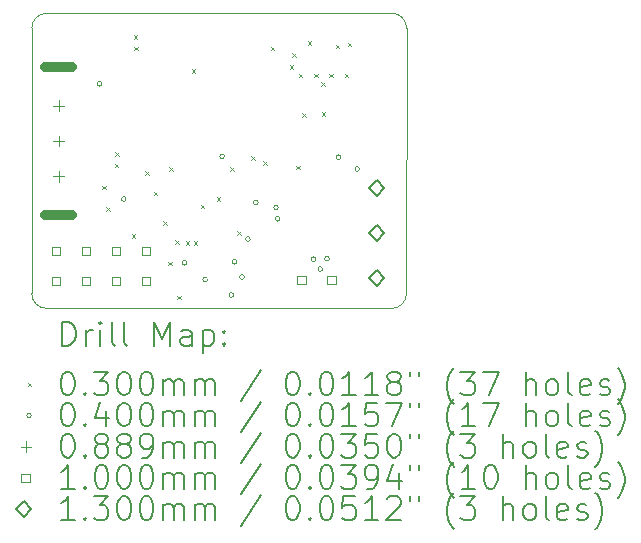
<source format=gbr>
%TF.GenerationSoftware,KiCad,Pcbnew,8.0.0*%
%TF.CreationDate,2024-03-08T16:01:44-06:00*%
%TF.ProjectId,led_dog_collar,6c65645f-646f-4675-9f63-6f6c6c61722e,rev?*%
%TF.SameCoordinates,Original*%
%TF.FileFunction,Drillmap*%
%TF.FilePolarity,Positive*%
%FSLAX45Y45*%
G04 Gerber Fmt 4.5, Leading zero omitted, Abs format (unit mm)*
G04 Created by KiCad (PCBNEW 8.0.0) date 2024-03-08 16:01:44*
%MOMM*%
%LPD*%
G01*
G04 APERTURE LIST*
%ADD10C,0.050000*%
%ADD11C,0.812800*%
%ADD12C,0.200000*%
%ADD13C,0.100000*%
%ADD14C,0.130000*%
G04 APERTURE END LIST*
D10*
X20954972Y-7419423D02*
X20955423Y-5172362D01*
X20828423Y-5046000D02*
G75*
G02*
X20955418Y-5172362I-3J-127000D01*
G01*
X17908577Y-7545972D02*
X20828610Y-7546423D01*
X17781969Y-5173423D02*
X17781577Y-7419610D01*
X17908577Y-7545972D02*
G75*
G02*
X17781580Y-7419610I3J127002D01*
G01*
X20828423Y-5046000D02*
X17908330Y-5046423D01*
X20954972Y-7419423D02*
G75*
G02*
X20828610Y-7546420I-127002J3D01*
G01*
X17781969Y-5173423D02*
G75*
G02*
X17908330Y-5046420I127001J3D01*
G01*
D11*
X17894300Y-5503860D02*
X18122900Y-5503860D01*
X17894300Y-6753860D02*
X18122900Y-6753860D01*
D12*
D13*
X18377000Y-6507000D02*
X18407000Y-6537000D01*
X18407000Y-6507000D02*
X18377000Y-6537000D01*
X18413000Y-6687000D02*
X18443000Y-6717000D01*
X18443000Y-6687000D02*
X18413000Y-6717000D01*
X18483660Y-6319740D02*
X18513660Y-6349740D01*
X18513660Y-6319740D02*
X18483660Y-6349740D01*
X18488540Y-6223740D02*
X18518540Y-6253740D01*
X18518540Y-6223740D02*
X18488540Y-6253740D01*
X18628800Y-6918000D02*
X18658800Y-6948000D01*
X18658800Y-6918000D02*
X18628800Y-6948000D01*
X18643840Y-5232780D02*
X18673840Y-5262780D01*
X18673840Y-5232780D02*
X18643840Y-5262780D01*
X18651980Y-5328780D02*
X18681980Y-5358780D01*
X18681980Y-5328780D02*
X18651980Y-5358780D01*
X18744467Y-6384906D02*
X18774467Y-6414906D01*
X18774467Y-6384906D02*
X18744467Y-6414906D01*
X18814000Y-6557000D02*
X18844000Y-6587000D01*
X18844000Y-6557000D02*
X18814000Y-6587000D01*
X18897300Y-6807420D02*
X18927300Y-6837420D01*
X18927300Y-6807420D02*
X18897300Y-6837420D01*
X18935500Y-7150500D02*
X18965500Y-7180500D01*
X18965500Y-7150500D02*
X18935500Y-7180500D01*
X18946566Y-6350978D02*
X18976566Y-6380978D01*
X18976566Y-6350978D02*
X18946566Y-6380978D01*
X18996970Y-6969980D02*
X19026970Y-6999980D01*
X19026970Y-6969980D02*
X18996970Y-6999980D01*
X19015000Y-7438000D02*
X19045000Y-7468000D01*
X19045000Y-7438000D02*
X19015000Y-7468000D01*
X19085260Y-6975060D02*
X19115260Y-7005060D01*
X19115260Y-6975060D02*
X19085260Y-7005060D01*
X19135000Y-5522000D02*
X19165000Y-5552000D01*
X19165000Y-5522000D02*
X19135000Y-5552000D01*
X19153000Y-6977000D02*
X19183000Y-7007000D01*
X19183000Y-6977000D02*
X19153000Y-7007000D01*
X19212770Y-6667880D02*
X19242770Y-6697880D01*
X19242770Y-6667880D02*
X19212770Y-6697880D01*
X19347460Y-6602411D02*
X19377460Y-6632411D01*
X19377460Y-6602411D02*
X19347460Y-6632411D01*
X19464043Y-6349428D02*
X19494043Y-6379428D01*
X19494043Y-6349428D02*
X19464043Y-6379428D01*
X19522080Y-6891860D02*
X19552080Y-6921860D01*
X19552080Y-6891860D02*
X19522080Y-6921860D01*
X19640000Y-6256000D02*
X19670000Y-6286000D01*
X19670000Y-6256000D02*
X19640000Y-6286000D01*
X19740959Y-6301029D02*
X19770959Y-6331029D01*
X19770959Y-6301029D02*
X19740959Y-6331029D01*
X19804500Y-5330017D02*
X19834500Y-5360017D01*
X19834500Y-5330017D02*
X19804500Y-5360017D01*
X19967500Y-5485500D02*
X19997500Y-5515500D01*
X19997500Y-5485500D02*
X19967500Y-5515500D01*
X19989750Y-5386250D02*
X20019750Y-5416250D01*
X20019750Y-5386250D02*
X19989750Y-5416250D01*
X20020000Y-6336000D02*
X20050000Y-6366000D01*
X20050000Y-6336000D02*
X20020000Y-6366000D01*
X20041880Y-5557760D02*
X20071880Y-5587760D01*
X20071880Y-5557760D02*
X20041880Y-5587760D01*
X20071320Y-5895580D02*
X20101320Y-5925580D01*
X20101320Y-5895580D02*
X20071320Y-5925580D01*
X20116880Y-5282000D02*
X20146880Y-5312000D01*
X20146880Y-5282000D02*
X20116880Y-5312000D01*
X20175460Y-5557760D02*
X20205460Y-5587760D01*
X20205460Y-5557760D02*
X20175460Y-5587760D01*
X20234000Y-5633000D02*
X20264000Y-5663000D01*
X20264000Y-5633000D02*
X20234000Y-5663000D01*
X20236880Y-5884960D02*
X20266880Y-5914960D01*
X20266880Y-5884960D02*
X20236880Y-5914960D01*
X20301880Y-5560880D02*
X20331880Y-5590880D01*
X20331880Y-5560880D02*
X20301880Y-5590880D01*
X20356880Y-5313000D02*
X20386880Y-5343000D01*
X20386880Y-5313000D02*
X20356880Y-5343000D01*
X20431880Y-5557880D02*
X20461880Y-5587880D01*
X20461880Y-5557880D02*
X20431880Y-5587880D01*
X20457000Y-5298000D02*
X20487000Y-5328000D01*
X20487000Y-5298000D02*
X20457000Y-5328000D01*
X18375000Y-5644000D02*
G75*
G02*
X18335000Y-5644000I-20000J0D01*
G01*
X18335000Y-5644000D02*
G75*
G02*
X18375000Y-5644000I20000J0D01*
G01*
X18581000Y-6620000D02*
G75*
G02*
X18541000Y-6620000I-20000J0D01*
G01*
X18541000Y-6620000D02*
G75*
G02*
X18581000Y-6620000I20000J0D01*
G01*
X19096000Y-7159000D02*
G75*
G02*
X19056000Y-7159000I-20000J0D01*
G01*
X19056000Y-7159000D02*
G75*
G02*
X19096000Y-7159000I20000J0D01*
G01*
X19270000Y-7302500D02*
G75*
G02*
X19230000Y-7302500I-20000J0D01*
G01*
X19230000Y-7302500D02*
G75*
G02*
X19270000Y-7302500I20000J0D01*
G01*
X19413070Y-6258399D02*
G75*
G02*
X19373070Y-6258399I-20000J0D01*
G01*
X19373070Y-6258399D02*
G75*
G02*
X19413070Y-6258399I20000J0D01*
G01*
X19491640Y-7432040D02*
G75*
G02*
X19451640Y-7432040I-20000J0D01*
G01*
X19451640Y-7432040D02*
G75*
G02*
X19491640Y-7432040I20000J0D01*
G01*
X19517967Y-7152640D02*
G75*
G02*
X19477967Y-7152640I-20000J0D01*
G01*
X19477967Y-7152640D02*
G75*
G02*
X19517967Y-7152640I20000J0D01*
G01*
X19581882Y-7279647D02*
G75*
G02*
X19541882Y-7279647I-20000J0D01*
G01*
X19541882Y-7279647D02*
G75*
G02*
X19581882Y-7279647I20000J0D01*
G01*
X19631880Y-6959315D02*
G75*
G02*
X19591880Y-6959315I-20000J0D01*
G01*
X19591880Y-6959315D02*
G75*
G02*
X19631880Y-6959315I20000J0D01*
G01*
X19699920Y-6649720D02*
G75*
G02*
X19659920Y-6649720I-20000J0D01*
G01*
X19659920Y-6649720D02*
G75*
G02*
X19699920Y-6649720I20000J0D01*
G01*
X19870000Y-6692000D02*
G75*
G02*
X19830000Y-6692000I-20000J0D01*
G01*
X19830000Y-6692000D02*
G75*
G02*
X19870000Y-6692000I20000J0D01*
G01*
X19884000Y-6787000D02*
G75*
G02*
X19844000Y-6787000I-20000J0D01*
G01*
X19844000Y-6787000D02*
G75*
G02*
X19884000Y-6787000I20000J0D01*
G01*
X20187000Y-7128019D02*
G75*
G02*
X20147000Y-7128019I-20000J0D01*
G01*
X20147000Y-7128019D02*
G75*
G02*
X20187000Y-7128019I20000J0D01*
G01*
X20245210Y-7212790D02*
G75*
G02*
X20205210Y-7212790I-20000J0D01*
G01*
X20205210Y-7212790D02*
G75*
G02*
X20245210Y-7212790I20000J0D01*
G01*
X20301900Y-7124700D02*
G75*
G02*
X20261900Y-7124700I-20000J0D01*
G01*
X20261900Y-7124700D02*
G75*
G02*
X20301900Y-7124700I20000J0D01*
G01*
X20398420Y-6266180D02*
G75*
G02*
X20358420Y-6266180I-20000J0D01*
G01*
X20358420Y-6266180D02*
G75*
G02*
X20398420Y-6266180I20000J0D01*
G01*
X20557500Y-6365500D02*
G75*
G02*
X20517500Y-6365500I-20000J0D01*
G01*
X20517500Y-6365500D02*
G75*
G02*
X20557500Y-6365500I20000J0D01*
G01*
X18008600Y-5784410D02*
X18008600Y-5873310D01*
X17964150Y-5828860D02*
X18053050Y-5828860D01*
X18008600Y-6084410D02*
X18008600Y-6173310D01*
X17964150Y-6128860D02*
X18053050Y-6128860D01*
X18008600Y-6384410D02*
X18008600Y-6473310D01*
X17964150Y-6428860D02*
X18053050Y-6428860D01*
X18021096Y-7096556D02*
X18021096Y-7025844D01*
X17950384Y-7025844D01*
X17950384Y-7096556D01*
X18021096Y-7096556D01*
X18021096Y-7350556D02*
X18021096Y-7279844D01*
X17950384Y-7279844D01*
X17950384Y-7350556D01*
X18021096Y-7350556D01*
X18275096Y-7096556D02*
X18275096Y-7025844D01*
X18204384Y-7025844D01*
X18204384Y-7096556D01*
X18275096Y-7096556D01*
X18275096Y-7350556D02*
X18275096Y-7279844D01*
X18204384Y-7279844D01*
X18204384Y-7350556D01*
X18275096Y-7350556D01*
X18529096Y-7350556D02*
X18529096Y-7279844D01*
X18458384Y-7279844D01*
X18458384Y-7350556D01*
X18529096Y-7350556D01*
X18529096Y-7096556D02*
X18529096Y-7025844D01*
X18458384Y-7025844D01*
X18458384Y-7096556D01*
X18529096Y-7096556D01*
X18783096Y-7096556D02*
X18783096Y-7025844D01*
X18712384Y-7025844D01*
X18712384Y-7096556D01*
X18783096Y-7096556D01*
X18783096Y-7350556D02*
X18783096Y-7279844D01*
X18712384Y-7279844D01*
X18712384Y-7350556D01*
X18783096Y-7350556D01*
X20101356Y-7342936D02*
X20101356Y-7272224D01*
X20030644Y-7272224D01*
X20030644Y-7342936D01*
X20101356Y-7342936D01*
X20355356Y-7342936D02*
X20355356Y-7272224D01*
X20284644Y-7272224D01*
X20284644Y-7342936D01*
X20355356Y-7342936D01*
D14*
X20701000Y-6592800D02*
X20766000Y-6527800D01*
X20701000Y-6462800D01*
X20636000Y-6527800D01*
X20701000Y-6592800D01*
X20701000Y-6973800D02*
X20766000Y-6908800D01*
X20701000Y-6843800D01*
X20636000Y-6908800D01*
X20701000Y-6973800D01*
X20701000Y-7354800D02*
X20766000Y-7289800D01*
X20701000Y-7224800D01*
X20636000Y-7289800D01*
X20701000Y-7354800D01*
D12*
X18039854Y-7860407D02*
X18039854Y-7660407D01*
X18039854Y-7660407D02*
X18087473Y-7660407D01*
X18087473Y-7660407D02*
X18116044Y-7669930D01*
X18116044Y-7669930D02*
X18135092Y-7688978D01*
X18135092Y-7688978D02*
X18144616Y-7708026D01*
X18144616Y-7708026D02*
X18154140Y-7746121D01*
X18154140Y-7746121D02*
X18154140Y-7774692D01*
X18154140Y-7774692D02*
X18144616Y-7812788D01*
X18144616Y-7812788D02*
X18135092Y-7831835D01*
X18135092Y-7831835D02*
X18116044Y-7850883D01*
X18116044Y-7850883D02*
X18087473Y-7860407D01*
X18087473Y-7860407D02*
X18039854Y-7860407D01*
X18239854Y-7860407D02*
X18239854Y-7727073D01*
X18239854Y-7765169D02*
X18249378Y-7746121D01*
X18249378Y-7746121D02*
X18258902Y-7736597D01*
X18258902Y-7736597D02*
X18277949Y-7727073D01*
X18277949Y-7727073D02*
X18296997Y-7727073D01*
X18363663Y-7860407D02*
X18363663Y-7727073D01*
X18363663Y-7660407D02*
X18354140Y-7669930D01*
X18354140Y-7669930D02*
X18363663Y-7679454D01*
X18363663Y-7679454D02*
X18373187Y-7669930D01*
X18373187Y-7669930D02*
X18363663Y-7660407D01*
X18363663Y-7660407D02*
X18363663Y-7679454D01*
X18487473Y-7860407D02*
X18468425Y-7850883D01*
X18468425Y-7850883D02*
X18458902Y-7831835D01*
X18458902Y-7831835D02*
X18458902Y-7660407D01*
X18592235Y-7860407D02*
X18573187Y-7850883D01*
X18573187Y-7850883D02*
X18563663Y-7831835D01*
X18563663Y-7831835D02*
X18563663Y-7660407D01*
X18820806Y-7860407D02*
X18820806Y-7660407D01*
X18820806Y-7660407D02*
X18887473Y-7803264D01*
X18887473Y-7803264D02*
X18954140Y-7660407D01*
X18954140Y-7660407D02*
X18954140Y-7860407D01*
X19135092Y-7860407D02*
X19135092Y-7755645D01*
X19135092Y-7755645D02*
X19125568Y-7736597D01*
X19125568Y-7736597D02*
X19106521Y-7727073D01*
X19106521Y-7727073D02*
X19068425Y-7727073D01*
X19068425Y-7727073D02*
X19049378Y-7736597D01*
X19135092Y-7850883D02*
X19116044Y-7860407D01*
X19116044Y-7860407D02*
X19068425Y-7860407D01*
X19068425Y-7860407D02*
X19049378Y-7850883D01*
X19049378Y-7850883D02*
X19039854Y-7831835D01*
X19039854Y-7831835D02*
X19039854Y-7812788D01*
X19039854Y-7812788D02*
X19049378Y-7793740D01*
X19049378Y-7793740D02*
X19068425Y-7784216D01*
X19068425Y-7784216D02*
X19116044Y-7784216D01*
X19116044Y-7784216D02*
X19135092Y-7774692D01*
X19230330Y-7727073D02*
X19230330Y-7927073D01*
X19230330Y-7736597D02*
X19249378Y-7727073D01*
X19249378Y-7727073D02*
X19287473Y-7727073D01*
X19287473Y-7727073D02*
X19306521Y-7736597D01*
X19306521Y-7736597D02*
X19316044Y-7746121D01*
X19316044Y-7746121D02*
X19325568Y-7765169D01*
X19325568Y-7765169D02*
X19325568Y-7822311D01*
X19325568Y-7822311D02*
X19316044Y-7841359D01*
X19316044Y-7841359D02*
X19306521Y-7850883D01*
X19306521Y-7850883D02*
X19287473Y-7860407D01*
X19287473Y-7860407D02*
X19249378Y-7860407D01*
X19249378Y-7860407D02*
X19230330Y-7850883D01*
X19411283Y-7841359D02*
X19420806Y-7850883D01*
X19420806Y-7850883D02*
X19411283Y-7860407D01*
X19411283Y-7860407D02*
X19401759Y-7850883D01*
X19401759Y-7850883D02*
X19411283Y-7841359D01*
X19411283Y-7841359D02*
X19411283Y-7860407D01*
X19411283Y-7736597D02*
X19420806Y-7746121D01*
X19420806Y-7746121D02*
X19411283Y-7755645D01*
X19411283Y-7755645D02*
X19401759Y-7746121D01*
X19401759Y-7746121D02*
X19411283Y-7736597D01*
X19411283Y-7736597D02*
X19411283Y-7755645D01*
D13*
X17749077Y-8173923D02*
X17779077Y-8203923D01*
X17779077Y-8173923D02*
X17749077Y-8203923D01*
D12*
X18077949Y-8080407D02*
X18096997Y-8080407D01*
X18096997Y-8080407D02*
X18116044Y-8089930D01*
X18116044Y-8089930D02*
X18125568Y-8099454D01*
X18125568Y-8099454D02*
X18135092Y-8118502D01*
X18135092Y-8118502D02*
X18144616Y-8156597D01*
X18144616Y-8156597D02*
X18144616Y-8204216D01*
X18144616Y-8204216D02*
X18135092Y-8242311D01*
X18135092Y-8242311D02*
X18125568Y-8261359D01*
X18125568Y-8261359D02*
X18116044Y-8270883D01*
X18116044Y-8270883D02*
X18096997Y-8280407D01*
X18096997Y-8280407D02*
X18077949Y-8280407D01*
X18077949Y-8280407D02*
X18058902Y-8270883D01*
X18058902Y-8270883D02*
X18049378Y-8261359D01*
X18049378Y-8261359D02*
X18039854Y-8242311D01*
X18039854Y-8242311D02*
X18030330Y-8204216D01*
X18030330Y-8204216D02*
X18030330Y-8156597D01*
X18030330Y-8156597D02*
X18039854Y-8118502D01*
X18039854Y-8118502D02*
X18049378Y-8099454D01*
X18049378Y-8099454D02*
X18058902Y-8089930D01*
X18058902Y-8089930D02*
X18077949Y-8080407D01*
X18230330Y-8261359D02*
X18239854Y-8270883D01*
X18239854Y-8270883D02*
X18230330Y-8280407D01*
X18230330Y-8280407D02*
X18220806Y-8270883D01*
X18220806Y-8270883D02*
X18230330Y-8261359D01*
X18230330Y-8261359D02*
X18230330Y-8280407D01*
X18306521Y-8080407D02*
X18430330Y-8080407D01*
X18430330Y-8080407D02*
X18363663Y-8156597D01*
X18363663Y-8156597D02*
X18392235Y-8156597D01*
X18392235Y-8156597D02*
X18411283Y-8166121D01*
X18411283Y-8166121D02*
X18420806Y-8175645D01*
X18420806Y-8175645D02*
X18430330Y-8194692D01*
X18430330Y-8194692D02*
X18430330Y-8242311D01*
X18430330Y-8242311D02*
X18420806Y-8261359D01*
X18420806Y-8261359D02*
X18411283Y-8270883D01*
X18411283Y-8270883D02*
X18392235Y-8280407D01*
X18392235Y-8280407D02*
X18335092Y-8280407D01*
X18335092Y-8280407D02*
X18316044Y-8270883D01*
X18316044Y-8270883D02*
X18306521Y-8261359D01*
X18554140Y-8080407D02*
X18573187Y-8080407D01*
X18573187Y-8080407D02*
X18592235Y-8089930D01*
X18592235Y-8089930D02*
X18601759Y-8099454D01*
X18601759Y-8099454D02*
X18611283Y-8118502D01*
X18611283Y-8118502D02*
X18620806Y-8156597D01*
X18620806Y-8156597D02*
X18620806Y-8204216D01*
X18620806Y-8204216D02*
X18611283Y-8242311D01*
X18611283Y-8242311D02*
X18601759Y-8261359D01*
X18601759Y-8261359D02*
X18592235Y-8270883D01*
X18592235Y-8270883D02*
X18573187Y-8280407D01*
X18573187Y-8280407D02*
X18554140Y-8280407D01*
X18554140Y-8280407D02*
X18535092Y-8270883D01*
X18535092Y-8270883D02*
X18525568Y-8261359D01*
X18525568Y-8261359D02*
X18516044Y-8242311D01*
X18516044Y-8242311D02*
X18506521Y-8204216D01*
X18506521Y-8204216D02*
X18506521Y-8156597D01*
X18506521Y-8156597D02*
X18516044Y-8118502D01*
X18516044Y-8118502D02*
X18525568Y-8099454D01*
X18525568Y-8099454D02*
X18535092Y-8089930D01*
X18535092Y-8089930D02*
X18554140Y-8080407D01*
X18744616Y-8080407D02*
X18763664Y-8080407D01*
X18763664Y-8080407D02*
X18782711Y-8089930D01*
X18782711Y-8089930D02*
X18792235Y-8099454D01*
X18792235Y-8099454D02*
X18801759Y-8118502D01*
X18801759Y-8118502D02*
X18811283Y-8156597D01*
X18811283Y-8156597D02*
X18811283Y-8204216D01*
X18811283Y-8204216D02*
X18801759Y-8242311D01*
X18801759Y-8242311D02*
X18792235Y-8261359D01*
X18792235Y-8261359D02*
X18782711Y-8270883D01*
X18782711Y-8270883D02*
X18763664Y-8280407D01*
X18763664Y-8280407D02*
X18744616Y-8280407D01*
X18744616Y-8280407D02*
X18725568Y-8270883D01*
X18725568Y-8270883D02*
X18716044Y-8261359D01*
X18716044Y-8261359D02*
X18706521Y-8242311D01*
X18706521Y-8242311D02*
X18696997Y-8204216D01*
X18696997Y-8204216D02*
X18696997Y-8156597D01*
X18696997Y-8156597D02*
X18706521Y-8118502D01*
X18706521Y-8118502D02*
X18716044Y-8099454D01*
X18716044Y-8099454D02*
X18725568Y-8089930D01*
X18725568Y-8089930D02*
X18744616Y-8080407D01*
X18896997Y-8280407D02*
X18896997Y-8147073D01*
X18896997Y-8166121D02*
X18906521Y-8156597D01*
X18906521Y-8156597D02*
X18925568Y-8147073D01*
X18925568Y-8147073D02*
X18954140Y-8147073D01*
X18954140Y-8147073D02*
X18973187Y-8156597D01*
X18973187Y-8156597D02*
X18982711Y-8175645D01*
X18982711Y-8175645D02*
X18982711Y-8280407D01*
X18982711Y-8175645D02*
X18992235Y-8156597D01*
X18992235Y-8156597D02*
X19011283Y-8147073D01*
X19011283Y-8147073D02*
X19039854Y-8147073D01*
X19039854Y-8147073D02*
X19058902Y-8156597D01*
X19058902Y-8156597D02*
X19068425Y-8175645D01*
X19068425Y-8175645D02*
X19068425Y-8280407D01*
X19163664Y-8280407D02*
X19163664Y-8147073D01*
X19163664Y-8166121D02*
X19173187Y-8156597D01*
X19173187Y-8156597D02*
X19192235Y-8147073D01*
X19192235Y-8147073D02*
X19220806Y-8147073D01*
X19220806Y-8147073D02*
X19239854Y-8156597D01*
X19239854Y-8156597D02*
X19249378Y-8175645D01*
X19249378Y-8175645D02*
X19249378Y-8280407D01*
X19249378Y-8175645D02*
X19258902Y-8156597D01*
X19258902Y-8156597D02*
X19277949Y-8147073D01*
X19277949Y-8147073D02*
X19306521Y-8147073D01*
X19306521Y-8147073D02*
X19325568Y-8156597D01*
X19325568Y-8156597D02*
X19335092Y-8175645D01*
X19335092Y-8175645D02*
X19335092Y-8280407D01*
X19725568Y-8070883D02*
X19554140Y-8328026D01*
X19982711Y-8080407D02*
X20001759Y-8080407D01*
X20001759Y-8080407D02*
X20020807Y-8089930D01*
X20020807Y-8089930D02*
X20030330Y-8099454D01*
X20030330Y-8099454D02*
X20039854Y-8118502D01*
X20039854Y-8118502D02*
X20049378Y-8156597D01*
X20049378Y-8156597D02*
X20049378Y-8204216D01*
X20049378Y-8204216D02*
X20039854Y-8242311D01*
X20039854Y-8242311D02*
X20030330Y-8261359D01*
X20030330Y-8261359D02*
X20020807Y-8270883D01*
X20020807Y-8270883D02*
X20001759Y-8280407D01*
X20001759Y-8280407D02*
X19982711Y-8280407D01*
X19982711Y-8280407D02*
X19963664Y-8270883D01*
X19963664Y-8270883D02*
X19954140Y-8261359D01*
X19954140Y-8261359D02*
X19944616Y-8242311D01*
X19944616Y-8242311D02*
X19935092Y-8204216D01*
X19935092Y-8204216D02*
X19935092Y-8156597D01*
X19935092Y-8156597D02*
X19944616Y-8118502D01*
X19944616Y-8118502D02*
X19954140Y-8099454D01*
X19954140Y-8099454D02*
X19963664Y-8089930D01*
X19963664Y-8089930D02*
X19982711Y-8080407D01*
X20135092Y-8261359D02*
X20144616Y-8270883D01*
X20144616Y-8270883D02*
X20135092Y-8280407D01*
X20135092Y-8280407D02*
X20125568Y-8270883D01*
X20125568Y-8270883D02*
X20135092Y-8261359D01*
X20135092Y-8261359D02*
X20135092Y-8280407D01*
X20268426Y-8080407D02*
X20287473Y-8080407D01*
X20287473Y-8080407D02*
X20306521Y-8089930D01*
X20306521Y-8089930D02*
X20316045Y-8099454D01*
X20316045Y-8099454D02*
X20325568Y-8118502D01*
X20325568Y-8118502D02*
X20335092Y-8156597D01*
X20335092Y-8156597D02*
X20335092Y-8204216D01*
X20335092Y-8204216D02*
X20325568Y-8242311D01*
X20325568Y-8242311D02*
X20316045Y-8261359D01*
X20316045Y-8261359D02*
X20306521Y-8270883D01*
X20306521Y-8270883D02*
X20287473Y-8280407D01*
X20287473Y-8280407D02*
X20268426Y-8280407D01*
X20268426Y-8280407D02*
X20249378Y-8270883D01*
X20249378Y-8270883D02*
X20239854Y-8261359D01*
X20239854Y-8261359D02*
X20230330Y-8242311D01*
X20230330Y-8242311D02*
X20220807Y-8204216D01*
X20220807Y-8204216D02*
X20220807Y-8156597D01*
X20220807Y-8156597D02*
X20230330Y-8118502D01*
X20230330Y-8118502D02*
X20239854Y-8099454D01*
X20239854Y-8099454D02*
X20249378Y-8089930D01*
X20249378Y-8089930D02*
X20268426Y-8080407D01*
X20525568Y-8280407D02*
X20411283Y-8280407D01*
X20468426Y-8280407D02*
X20468426Y-8080407D01*
X20468426Y-8080407D02*
X20449378Y-8108978D01*
X20449378Y-8108978D02*
X20430330Y-8128026D01*
X20430330Y-8128026D02*
X20411283Y-8137549D01*
X20716045Y-8280407D02*
X20601759Y-8280407D01*
X20658902Y-8280407D02*
X20658902Y-8080407D01*
X20658902Y-8080407D02*
X20639854Y-8108978D01*
X20639854Y-8108978D02*
X20620807Y-8128026D01*
X20620807Y-8128026D02*
X20601759Y-8137549D01*
X20830330Y-8166121D02*
X20811283Y-8156597D01*
X20811283Y-8156597D02*
X20801759Y-8147073D01*
X20801759Y-8147073D02*
X20792235Y-8128026D01*
X20792235Y-8128026D02*
X20792235Y-8118502D01*
X20792235Y-8118502D02*
X20801759Y-8099454D01*
X20801759Y-8099454D02*
X20811283Y-8089930D01*
X20811283Y-8089930D02*
X20830330Y-8080407D01*
X20830330Y-8080407D02*
X20868426Y-8080407D01*
X20868426Y-8080407D02*
X20887473Y-8089930D01*
X20887473Y-8089930D02*
X20896997Y-8099454D01*
X20896997Y-8099454D02*
X20906521Y-8118502D01*
X20906521Y-8118502D02*
X20906521Y-8128026D01*
X20906521Y-8128026D02*
X20896997Y-8147073D01*
X20896997Y-8147073D02*
X20887473Y-8156597D01*
X20887473Y-8156597D02*
X20868426Y-8166121D01*
X20868426Y-8166121D02*
X20830330Y-8166121D01*
X20830330Y-8166121D02*
X20811283Y-8175645D01*
X20811283Y-8175645D02*
X20801759Y-8185169D01*
X20801759Y-8185169D02*
X20792235Y-8204216D01*
X20792235Y-8204216D02*
X20792235Y-8242311D01*
X20792235Y-8242311D02*
X20801759Y-8261359D01*
X20801759Y-8261359D02*
X20811283Y-8270883D01*
X20811283Y-8270883D02*
X20830330Y-8280407D01*
X20830330Y-8280407D02*
X20868426Y-8280407D01*
X20868426Y-8280407D02*
X20887473Y-8270883D01*
X20887473Y-8270883D02*
X20896997Y-8261359D01*
X20896997Y-8261359D02*
X20906521Y-8242311D01*
X20906521Y-8242311D02*
X20906521Y-8204216D01*
X20906521Y-8204216D02*
X20896997Y-8185169D01*
X20896997Y-8185169D02*
X20887473Y-8175645D01*
X20887473Y-8175645D02*
X20868426Y-8166121D01*
X20982711Y-8080407D02*
X20982711Y-8118502D01*
X21058902Y-8080407D02*
X21058902Y-8118502D01*
X21354140Y-8356597D02*
X21344616Y-8347073D01*
X21344616Y-8347073D02*
X21325569Y-8318502D01*
X21325569Y-8318502D02*
X21316045Y-8299454D01*
X21316045Y-8299454D02*
X21306521Y-8270883D01*
X21306521Y-8270883D02*
X21296997Y-8223264D01*
X21296997Y-8223264D02*
X21296997Y-8185169D01*
X21296997Y-8185169D02*
X21306521Y-8137549D01*
X21306521Y-8137549D02*
X21316045Y-8108978D01*
X21316045Y-8108978D02*
X21325569Y-8089930D01*
X21325569Y-8089930D02*
X21344616Y-8061359D01*
X21344616Y-8061359D02*
X21354140Y-8051835D01*
X21411283Y-8080407D02*
X21535092Y-8080407D01*
X21535092Y-8080407D02*
X21468426Y-8156597D01*
X21468426Y-8156597D02*
X21496997Y-8156597D01*
X21496997Y-8156597D02*
X21516045Y-8166121D01*
X21516045Y-8166121D02*
X21525569Y-8175645D01*
X21525569Y-8175645D02*
X21535092Y-8194692D01*
X21535092Y-8194692D02*
X21535092Y-8242311D01*
X21535092Y-8242311D02*
X21525569Y-8261359D01*
X21525569Y-8261359D02*
X21516045Y-8270883D01*
X21516045Y-8270883D02*
X21496997Y-8280407D01*
X21496997Y-8280407D02*
X21439854Y-8280407D01*
X21439854Y-8280407D02*
X21420807Y-8270883D01*
X21420807Y-8270883D02*
X21411283Y-8261359D01*
X21601759Y-8080407D02*
X21735092Y-8080407D01*
X21735092Y-8080407D02*
X21649378Y-8280407D01*
X21963664Y-8280407D02*
X21963664Y-8080407D01*
X22049378Y-8280407D02*
X22049378Y-8175645D01*
X22049378Y-8175645D02*
X22039854Y-8156597D01*
X22039854Y-8156597D02*
X22020807Y-8147073D01*
X22020807Y-8147073D02*
X21992235Y-8147073D01*
X21992235Y-8147073D02*
X21973188Y-8156597D01*
X21973188Y-8156597D02*
X21963664Y-8166121D01*
X22173188Y-8280407D02*
X22154140Y-8270883D01*
X22154140Y-8270883D02*
X22144616Y-8261359D01*
X22144616Y-8261359D02*
X22135092Y-8242311D01*
X22135092Y-8242311D02*
X22135092Y-8185169D01*
X22135092Y-8185169D02*
X22144616Y-8166121D01*
X22144616Y-8166121D02*
X22154140Y-8156597D01*
X22154140Y-8156597D02*
X22173188Y-8147073D01*
X22173188Y-8147073D02*
X22201759Y-8147073D01*
X22201759Y-8147073D02*
X22220807Y-8156597D01*
X22220807Y-8156597D02*
X22230331Y-8166121D01*
X22230331Y-8166121D02*
X22239854Y-8185169D01*
X22239854Y-8185169D02*
X22239854Y-8242311D01*
X22239854Y-8242311D02*
X22230331Y-8261359D01*
X22230331Y-8261359D02*
X22220807Y-8270883D01*
X22220807Y-8270883D02*
X22201759Y-8280407D01*
X22201759Y-8280407D02*
X22173188Y-8280407D01*
X22354140Y-8280407D02*
X22335092Y-8270883D01*
X22335092Y-8270883D02*
X22325569Y-8251835D01*
X22325569Y-8251835D02*
X22325569Y-8080407D01*
X22506521Y-8270883D02*
X22487473Y-8280407D01*
X22487473Y-8280407D02*
X22449378Y-8280407D01*
X22449378Y-8280407D02*
X22430330Y-8270883D01*
X22430330Y-8270883D02*
X22420807Y-8251835D01*
X22420807Y-8251835D02*
X22420807Y-8175645D01*
X22420807Y-8175645D02*
X22430330Y-8156597D01*
X22430330Y-8156597D02*
X22449378Y-8147073D01*
X22449378Y-8147073D02*
X22487473Y-8147073D01*
X22487473Y-8147073D02*
X22506521Y-8156597D01*
X22506521Y-8156597D02*
X22516045Y-8175645D01*
X22516045Y-8175645D02*
X22516045Y-8194692D01*
X22516045Y-8194692D02*
X22420807Y-8213740D01*
X22592235Y-8270883D02*
X22611283Y-8280407D01*
X22611283Y-8280407D02*
X22649378Y-8280407D01*
X22649378Y-8280407D02*
X22668426Y-8270883D01*
X22668426Y-8270883D02*
X22677950Y-8251835D01*
X22677950Y-8251835D02*
X22677950Y-8242311D01*
X22677950Y-8242311D02*
X22668426Y-8223264D01*
X22668426Y-8223264D02*
X22649378Y-8213740D01*
X22649378Y-8213740D02*
X22620807Y-8213740D01*
X22620807Y-8213740D02*
X22601759Y-8204216D01*
X22601759Y-8204216D02*
X22592235Y-8185169D01*
X22592235Y-8185169D02*
X22592235Y-8175645D01*
X22592235Y-8175645D02*
X22601759Y-8156597D01*
X22601759Y-8156597D02*
X22620807Y-8147073D01*
X22620807Y-8147073D02*
X22649378Y-8147073D01*
X22649378Y-8147073D02*
X22668426Y-8156597D01*
X22744616Y-8356597D02*
X22754140Y-8347073D01*
X22754140Y-8347073D02*
X22773188Y-8318502D01*
X22773188Y-8318502D02*
X22782711Y-8299454D01*
X22782711Y-8299454D02*
X22792235Y-8270883D01*
X22792235Y-8270883D02*
X22801759Y-8223264D01*
X22801759Y-8223264D02*
X22801759Y-8185169D01*
X22801759Y-8185169D02*
X22792235Y-8137549D01*
X22792235Y-8137549D02*
X22782711Y-8108978D01*
X22782711Y-8108978D02*
X22773188Y-8089930D01*
X22773188Y-8089930D02*
X22754140Y-8061359D01*
X22754140Y-8061359D02*
X22744616Y-8051835D01*
D13*
X17779077Y-8452923D02*
G75*
G02*
X17739077Y-8452923I-20000J0D01*
G01*
X17739077Y-8452923D02*
G75*
G02*
X17779077Y-8452923I20000J0D01*
G01*
D12*
X18077949Y-8344407D02*
X18096997Y-8344407D01*
X18096997Y-8344407D02*
X18116044Y-8353930D01*
X18116044Y-8353930D02*
X18125568Y-8363454D01*
X18125568Y-8363454D02*
X18135092Y-8382502D01*
X18135092Y-8382502D02*
X18144616Y-8420597D01*
X18144616Y-8420597D02*
X18144616Y-8468216D01*
X18144616Y-8468216D02*
X18135092Y-8506311D01*
X18135092Y-8506311D02*
X18125568Y-8525359D01*
X18125568Y-8525359D02*
X18116044Y-8534883D01*
X18116044Y-8534883D02*
X18096997Y-8544407D01*
X18096997Y-8544407D02*
X18077949Y-8544407D01*
X18077949Y-8544407D02*
X18058902Y-8534883D01*
X18058902Y-8534883D02*
X18049378Y-8525359D01*
X18049378Y-8525359D02*
X18039854Y-8506311D01*
X18039854Y-8506311D02*
X18030330Y-8468216D01*
X18030330Y-8468216D02*
X18030330Y-8420597D01*
X18030330Y-8420597D02*
X18039854Y-8382502D01*
X18039854Y-8382502D02*
X18049378Y-8363454D01*
X18049378Y-8363454D02*
X18058902Y-8353930D01*
X18058902Y-8353930D02*
X18077949Y-8344407D01*
X18230330Y-8525359D02*
X18239854Y-8534883D01*
X18239854Y-8534883D02*
X18230330Y-8544407D01*
X18230330Y-8544407D02*
X18220806Y-8534883D01*
X18220806Y-8534883D02*
X18230330Y-8525359D01*
X18230330Y-8525359D02*
X18230330Y-8544407D01*
X18411283Y-8411073D02*
X18411283Y-8544407D01*
X18363663Y-8334883D02*
X18316044Y-8477740D01*
X18316044Y-8477740D02*
X18439854Y-8477740D01*
X18554140Y-8344407D02*
X18573187Y-8344407D01*
X18573187Y-8344407D02*
X18592235Y-8353930D01*
X18592235Y-8353930D02*
X18601759Y-8363454D01*
X18601759Y-8363454D02*
X18611283Y-8382502D01*
X18611283Y-8382502D02*
X18620806Y-8420597D01*
X18620806Y-8420597D02*
X18620806Y-8468216D01*
X18620806Y-8468216D02*
X18611283Y-8506311D01*
X18611283Y-8506311D02*
X18601759Y-8525359D01*
X18601759Y-8525359D02*
X18592235Y-8534883D01*
X18592235Y-8534883D02*
X18573187Y-8544407D01*
X18573187Y-8544407D02*
X18554140Y-8544407D01*
X18554140Y-8544407D02*
X18535092Y-8534883D01*
X18535092Y-8534883D02*
X18525568Y-8525359D01*
X18525568Y-8525359D02*
X18516044Y-8506311D01*
X18516044Y-8506311D02*
X18506521Y-8468216D01*
X18506521Y-8468216D02*
X18506521Y-8420597D01*
X18506521Y-8420597D02*
X18516044Y-8382502D01*
X18516044Y-8382502D02*
X18525568Y-8363454D01*
X18525568Y-8363454D02*
X18535092Y-8353930D01*
X18535092Y-8353930D02*
X18554140Y-8344407D01*
X18744616Y-8344407D02*
X18763664Y-8344407D01*
X18763664Y-8344407D02*
X18782711Y-8353930D01*
X18782711Y-8353930D02*
X18792235Y-8363454D01*
X18792235Y-8363454D02*
X18801759Y-8382502D01*
X18801759Y-8382502D02*
X18811283Y-8420597D01*
X18811283Y-8420597D02*
X18811283Y-8468216D01*
X18811283Y-8468216D02*
X18801759Y-8506311D01*
X18801759Y-8506311D02*
X18792235Y-8525359D01*
X18792235Y-8525359D02*
X18782711Y-8534883D01*
X18782711Y-8534883D02*
X18763664Y-8544407D01*
X18763664Y-8544407D02*
X18744616Y-8544407D01*
X18744616Y-8544407D02*
X18725568Y-8534883D01*
X18725568Y-8534883D02*
X18716044Y-8525359D01*
X18716044Y-8525359D02*
X18706521Y-8506311D01*
X18706521Y-8506311D02*
X18696997Y-8468216D01*
X18696997Y-8468216D02*
X18696997Y-8420597D01*
X18696997Y-8420597D02*
X18706521Y-8382502D01*
X18706521Y-8382502D02*
X18716044Y-8363454D01*
X18716044Y-8363454D02*
X18725568Y-8353930D01*
X18725568Y-8353930D02*
X18744616Y-8344407D01*
X18896997Y-8544407D02*
X18896997Y-8411073D01*
X18896997Y-8430121D02*
X18906521Y-8420597D01*
X18906521Y-8420597D02*
X18925568Y-8411073D01*
X18925568Y-8411073D02*
X18954140Y-8411073D01*
X18954140Y-8411073D02*
X18973187Y-8420597D01*
X18973187Y-8420597D02*
X18982711Y-8439645D01*
X18982711Y-8439645D02*
X18982711Y-8544407D01*
X18982711Y-8439645D02*
X18992235Y-8420597D01*
X18992235Y-8420597D02*
X19011283Y-8411073D01*
X19011283Y-8411073D02*
X19039854Y-8411073D01*
X19039854Y-8411073D02*
X19058902Y-8420597D01*
X19058902Y-8420597D02*
X19068425Y-8439645D01*
X19068425Y-8439645D02*
X19068425Y-8544407D01*
X19163664Y-8544407D02*
X19163664Y-8411073D01*
X19163664Y-8430121D02*
X19173187Y-8420597D01*
X19173187Y-8420597D02*
X19192235Y-8411073D01*
X19192235Y-8411073D02*
X19220806Y-8411073D01*
X19220806Y-8411073D02*
X19239854Y-8420597D01*
X19239854Y-8420597D02*
X19249378Y-8439645D01*
X19249378Y-8439645D02*
X19249378Y-8544407D01*
X19249378Y-8439645D02*
X19258902Y-8420597D01*
X19258902Y-8420597D02*
X19277949Y-8411073D01*
X19277949Y-8411073D02*
X19306521Y-8411073D01*
X19306521Y-8411073D02*
X19325568Y-8420597D01*
X19325568Y-8420597D02*
X19335092Y-8439645D01*
X19335092Y-8439645D02*
X19335092Y-8544407D01*
X19725568Y-8334883D02*
X19554140Y-8592026D01*
X19982711Y-8344407D02*
X20001759Y-8344407D01*
X20001759Y-8344407D02*
X20020807Y-8353930D01*
X20020807Y-8353930D02*
X20030330Y-8363454D01*
X20030330Y-8363454D02*
X20039854Y-8382502D01*
X20039854Y-8382502D02*
X20049378Y-8420597D01*
X20049378Y-8420597D02*
X20049378Y-8468216D01*
X20049378Y-8468216D02*
X20039854Y-8506311D01*
X20039854Y-8506311D02*
X20030330Y-8525359D01*
X20030330Y-8525359D02*
X20020807Y-8534883D01*
X20020807Y-8534883D02*
X20001759Y-8544407D01*
X20001759Y-8544407D02*
X19982711Y-8544407D01*
X19982711Y-8544407D02*
X19963664Y-8534883D01*
X19963664Y-8534883D02*
X19954140Y-8525359D01*
X19954140Y-8525359D02*
X19944616Y-8506311D01*
X19944616Y-8506311D02*
X19935092Y-8468216D01*
X19935092Y-8468216D02*
X19935092Y-8420597D01*
X19935092Y-8420597D02*
X19944616Y-8382502D01*
X19944616Y-8382502D02*
X19954140Y-8363454D01*
X19954140Y-8363454D02*
X19963664Y-8353930D01*
X19963664Y-8353930D02*
X19982711Y-8344407D01*
X20135092Y-8525359D02*
X20144616Y-8534883D01*
X20144616Y-8534883D02*
X20135092Y-8544407D01*
X20135092Y-8544407D02*
X20125568Y-8534883D01*
X20125568Y-8534883D02*
X20135092Y-8525359D01*
X20135092Y-8525359D02*
X20135092Y-8544407D01*
X20268426Y-8344407D02*
X20287473Y-8344407D01*
X20287473Y-8344407D02*
X20306521Y-8353930D01*
X20306521Y-8353930D02*
X20316045Y-8363454D01*
X20316045Y-8363454D02*
X20325568Y-8382502D01*
X20325568Y-8382502D02*
X20335092Y-8420597D01*
X20335092Y-8420597D02*
X20335092Y-8468216D01*
X20335092Y-8468216D02*
X20325568Y-8506311D01*
X20325568Y-8506311D02*
X20316045Y-8525359D01*
X20316045Y-8525359D02*
X20306521Y-8534883D01*
X20306521Y-8534883D02*
X20287473Y-8544407D01*
X20287473Y-8544407D02*
X20268426Y-8544407D01*
X20268426Y-8544407D02*
X20249378Y-8534883D01*
X20249378Y-8534883D02*
X20239854Y-8525359D01*
X20239854Y-8525359D02*
X20230330Y-8506311D01*
X20230330Y-8506311D02*
X20220807Y-8468216D01*
X20220807Y-8468216D02*
X20220807Y-8420597D01*
X20220807Y-8420597D02*
X20230330Y-8382502D01*
X20230330Y-8382502D02*
X20239854Y-8363454D01*
X20239854Y-8363454D02*
X20249378Y-8353930D01*
X20249378Y-8353930D02*
X20268426Y-8344407D01*
X20525568Y-8544407D02*
X20411283Y-8544407D01*
X20468426Y-8544407D02*
X20468426Y-8344407D01*
X20468426Y-8344407D02*
X20449378Y-8372978D01*
X20449378Y-8372978D02*
X20430330Y-8392026D01*
X20430330Y-8392026D02*
X20411283Y-8401550D01*
X20706521Y-8344407D02*
X20611283Y-8344407D01*
X20611283Y-8344407D02*
X20601759Y-8439645D01*
X20601759Y-8439645D02*
X20611283Y-8430121D01*
X20611283Y-8430121D02*
X20630330Y-8420597D01*
X20630330Y-8420597D02*
X20677949Y-8420597D01*
X20677949Y-8420597D02*
X20696997Y-8430121D01*
X20696997Y-8430121D02*
X20706521Y-8439645D01*
X20706521Y-8439645D02*
X20716045Y-8458692D01*
X20716045Y-8458692D02*
X20716045Y-8506311D01*
X20716045Y-8506311D02*
X20706521Y-8525359D01*
X20706521Y-8525359D02*
X20696997Y-8534883D01*
X20696997Y-8534883D02*
X20677949Y-8544407D01*
X20677949Y-8544407D02*
X20630330Y-8544407D01*
X20630330Y-8544407D02*
X20611283Y-8534883D01*
X20611283Y-8534883D02*
X20601759Y-8525359D01*
X20782711Y-8344407D02*
X20916045Y-8344407D01*
X20916045Y-8344407D02*
X20830330Y-8544407D01*
X20982711Y-8344407D02*
X20982711Y-8382502D01*
X21058902Y-8344407D02*
X21058902Y-8382502D01*
X21354140Y-8620597D02*
X21344616Y-8611073D01*
X21344616Y-8611073D02*
X21325569Y-8582502D01*
X21325569Y-8582502D02*
X21316045Y-8563454D01*
X21316045Y-8563454D02*
X21306521Y-8534883D01*
X21306521Y-8534883D02*
X21296997Y-8487264D01*
X21296997Y-8487264D02*
X21296997Y-8449169D01*
X21296997Y-8449169D02*
X21306521Y-8401550D01*
X21306521Y-8401550D02*
X21316045Y-8372978D01*
X21316045Y-8372978D02*
X21325569Y-8353930D01*
X21325569Y-8353930D02*
X21344616Y-8325359D01*
X21344616Y-8325359D02*
X21354140Y-8315835D01*
X21535092Y-8544407D02*
X21420807Y-8544407D01*
X21477949Y-8544407D02*
X21477949Y-8344407D01*
X21477949Y-8344407D02*
X21458902Y-8372978D01*
X21458902Y-8372978D02*
X21439854Y-8392026D01*
X21439854Y-8392026D02*
X21420807Y-8401550D01*
X21601759Y-8344407D02*
X21735092Y-8344407D01*
X21735092Y-8344407D02*
X21649378Y-8544407D01*
X21963664Y-8544407D02*
X21963664Y-8344407D01*
X22049378Y-8544407D02*
X22049378Y-8439645D01*
X22049378Y-8439645D02*
X22039854Y-8420597D01*
X22039854Y-8420597D02*
X22020807Y-8411073D01*
X22020807Y-8411073D02*
X21992235Y-8411073D01*
X21992235Y-8411073D02*
X21973188Y-8420597D01*
X21973188Y-8420597D02*
X21963664Y-8430121D01*
X22173188Y-8544407D02*
X22154140Y-8534883D01*
X22154140Y-8534883D02*
X22144616Y-8525359D01*
X22144616Y-8525359D02*
X22135092Y-8506311D01*
X22135092Y-8506311D02*
X22135092Y-8449169D01*
X22135092Y-8449169D02*
X22144616Y-8430121D01*
X22144616Y-8430121D02*
X22154140Y-8420597D01*
X22154140Y-8420597D02*
X22173188Y-8411073D01*
X22173188Y-8411073D02*
X22201759Y-8411073D01*
X22201759Y-8411073D02*
X22220807Y-8420597D01*
X22220807Y-8420597D02*
X22230331Y-8430121D01*
X22230331Y-8430121D02*
X22239854Y-8449169D01*
X22239854Y-8449169D02*
X22239854Y-8506311D01*
X22239854Y-8506311D02*
X22230331Y-8525359D01*
X22230331Y-8525359D02*
X22220807Y-8534883D01*
X22220807Y-8534883D02*
X22201759Y-8544407D01*
X22201759Y-8544407D02*
X22173188Y-8544407D01*
X22354140Y-8544407D02*
X22335092Y-8534883D01*
X22335092Y-8534883D02*
X22325569Y-8515835D01*
X22325569Y-8515835D02*
X22325569Y-8344407D01*
X22506521Y-8534883D02*
X22487473Y-8544407D01*
X22487473Y-8544407D02*
X22449378Y-8544407D01*
X22449378Y-8544407D02*
X22430330Y-8534883D01*
X22430330Y-8534883D02*
X22420807Y-8515835D01*
X22420807Y-8515835D02*
X22420807Y-8439645D01*
X22420807Y-8439645D02*
X22430330Y-8420597D01*
X22430330Y-8420597D02*
X22449378Y-8411073D01*
X22449378Y-8411073D02*
X22487473Y-8411073D01*
X22487473Y-8411073D02*
X22506521Y-8420597D01*
X22506521Y-8420597D02*
X22516045Y-8439645D01*
X22516045Y-8439645D02*
X22516045Y-8458692D01*
X22516045Y-8458692D02*
X22420807Y-8477740D01*
X22592235Y-8534883D02*
X22611283Y-8544407D01*
X22611283Y-8544407D02*
X22649378Y-8544407D01*
X22649378Y-8544407D02*
X22668426Y-8534883D01*
X22668426Y-8534883D02*
X22677950Y-8515835D01*
X22677950Y-8515835D02*
X22677950Y-8506311D01*
X22677950Y-8506311D02*
X22668426Y-8487264D01*
X22668426Y-8487264D02*
X22649378Y-8477740D01*
X22649378Y-8477740D02*
X22620807Y-8477740D01*
X22620807Y-8477740D02*
X22601759Y-8468216D01*
X22601759Y-8468216D02*
X22592235Y-8449169D01*
X22592235Y-8449169D02*
X22592235Y-8439645D01*
X22592235Y-8439645D02*
X22601759Y-8420597D01*
X22601759Y-8420597D02*
X22620807Y-8411073D01*
X22620807Y-8411073D02*
X22649378Y-8411073D01*
X22649378Y-8411073D02*
X22668426Y-8420597D01*
X22744616Y-8620597D02*
X22754140Y-8611073D01*
X22754140Y-8611073D02*
X22773188Y-8582502D01*
X22773188Y-8582502D02*
X22782711Y-8563454D01*
X22782711Y-8563454D02*
X22792235Y-8534883D01*
X22792235Y-8534883D02*
X22801759Y-8487264D01*
X22801759Y-8487264D02*
X22801759Y-8449169D01*
X22801759Y-8449169D02*
X22792235Y-8401550D01*
X22792235Y-8401550D02*
X22782711Y-8372978D01*
X22782711Y-8372978D02*
X22773188Y-8353930D01*
X22773188Y-8353930D02*
X22754140Y-8325359D01*
X22754140Y-8325359D02*
X22744616Y-8315835D01*
D13*
X17734627Y-8672473D02*
X17734627Y-8761373D01*
X17690177Y-8716923D02*
X17779077Y-8716923D01*
D12*
X18077949Y-8608407D02*
X18096997Y-8608407D01*
X18096997Y-8608407D02*
X18116044Y-8617931D01*
X18116044Y-8617931D02*
X18125568Y-8627454D01*
X18125568Y-8627454D02*
X18135092Y-8646502D01*
X18135092Y-8646502D02*
X18144616Y-8684597D01*
X18144616Y-8684597D02*
X18144616Y-8732216D01*
X18144616Y-8732216D02*
X18135092Y-8770311D01*
X18135092Y-8770311D02*
X18125568Y-8789359D01*
X18125568Y-8789359D02*
X18116044Y-8798883D01*
X18116044Y-8798883D02*
X18096997Y-8808407D01*
X18096997Y-8808407D02*
X18077949Y-8808407D01*
X18077949Y-8808407D02*
X18058902Y-8798883D01*
X18058902Y-8798883D02*
X18049378Y-8789359D01*
X18049378Y-8789359D02*
X18039854Y-8770311D01*
X18039854Y-8770311D02*
X18030330Y-8732216D01*
X18030330Y-8732216D02*
X18030330Y-8684597D01*
X18030330Y-8684597D02*
X18039854Y-8646502D01*
X18039854Y-8646502D02*
X18049378Y-8627454D01*
X18049378Y-8627454D02*
X18058902Y-8617931D01*
X18058902Y-8617931D02*
X18077949Y-8608407D01*
X18230330Y-8789359D02*
X18239854Y-8798883D01*
X18239854Y-8798883D02*
X18230330Y-8808407D01*
X18230330Y-8808407D02*
X18220806Y-8798883D01*
X18220806Y-8798883D02*
X18230330Y-8789359D01*
X18230330Y-8789359D02*
X18230330Y-8808407D01*
X18354140Y-8694121D02*
X18335092Y-8684597D01*
X18335092Y-8684597D02*
X18325568Y-8675073D01*
X18325568Y-8675073D02*
X18316044Y-8656026D01*
X18316044Y-8656026D02*
X18316044Y-8646502D01*
X18316044Y-8646502D02*
X18325568Y-8627454D01*
X18325568Y-8627454D02*
X18335092Y-8617931D01*
X18335092Y-8617931D02*
X18354140Y-8608407D01*
X18354140Y-8608407D02*
X18392235Y-8608407D01*
X18392235Y-8608407D02*
X18411283Y-8617931D01*
X18411283Y-8617931D02*
X18420806Y-8627454D01*
X18420806Y-8627454D02*
X18430330Y-8646502D01*
X18430330Y-8646502D02*
X18430330Y-8656026D01*
X18430330Y-8656026D02*
X18420806Y-8675073D01*
X18420806Y-8675073D02*
X18411283Y-8684597D01*
X18411283Y-8684597D02*
X18392235Y-8694121D01*
X18392235Y-8694121D02*
X18354140Y-8694121D01*
X18354140Y-8694121D02*
X18335092Y-8703645D01*
X18335092Y-8703645D02*
X18325568Y-8713169D01*
X18325568Y-8713169D02*
X18316044Y-8732216D01*
X18316044Y-8732216D02*
X18316044Y-8770311D01*
X18316044Y-8770311D02*
X18325568Y-8789359D01*
X18325568Y-8789359D02*
X18335092Y-8798883D01*
X18335092Y-8798883D02*
X18354140Y-8808407D01*
X18354140Y-8808407D02*
X18392235Y-8808407D01*
X18392235Y-8808407D02*
X18411283Y-8798883D01*
X18411283Y-8798883D02*
X18420806Y-8789359D01*
X18420806Y-8789359D02*
X18430330Y-8770311D01*
X18430330Y-8770311D02*
X18430330Y-8732216D01*
X18430330Y-8732216D02*
X18420806Y-8713169D01*
X18420806Y-8713169D02*
X18411283Y-8703645D01*
X18411283Y-8703645D02*
X18392235Y-8694121D01*
X18544616Y-8694121D02*
X18525568Y-8684597D01*
X18525568Y-8684597D02*
X18516044Y-8675073D01*
X18516044Y-8675073D02*
X18506521Y-8656026D01*
X18506521Y-8656026D02*
X18506521Y-8646502D01*
X18506521Y-8646502D02*
X18516044Y-8627454D01*
X18516044Y-8627454D02*
X18525568Y-8617931D01*
X18525568Y-8617931D02*
X18544616Y-8608407D01*
X18544616Y-8608407D02*
X18582711Y-8608407D01*
X18582711Y-8608407D02*
X18601759Y-8617931D01*
X18601759Y-8617931D02*
X18611283Y-8627454D01*
X18611283Y-8627454D02*
X18620806Y-8646502D01*
X18620806Y-8646502D02*
X18620806Y-8656026D01*
X18620806Y-8656026D02*
X18611283Y-8675073D01*
X18611283Y-8675073D02*
X18601759Y-8684597D01*
X18601759Y-8684597D02*
X18582711Y-8694121D01*
X18582711Y-8694121D02*
X18544616Y-8694121D01*
X18544616Y-8694121D02*
X18525568Y-8703645D01*
X18525568Y-8703645D02*
X18516044Y-8713169D01*
X18516044Y-8713169D02*
X18506521Y-8732216D01*
X18506521Y-8732216D02*
X18506521Y-8770311D01*
X18506521Y-8770311D02*
X18516044Y-8789359D01*
X18516044Y-8789359D02*
X18525568Y-8798883D01*
X18525568Y-8798883D02*
X18544616Y-8808407D01*
X18544616Y-8808407D02*
X18582711Y-8808407D01*
X18582711Y-8808407D02*
X18601759Y-8798883D01*
X18601759Y-8798883D02*
X18611283Y-8789359D01*
X18611283Y-8789359D02*
X18620806Y-8770311D01*
X18620806Y-8770311D02*
X18620806Y-8732216D01*
X18620806Y-8732216D02*
X18611283Y-8713169D01*
X18611283Y-8713169D02*
X18601759Y-8703645D01*
X18601759Y-8703645D02*
X18582711Y-8694121D01*
X18716044Y-8808407D02*
X18754140Y-8808407D01*
X18754140Y-8808407D02*
X18773187Y-8798883D01*
X18773187Y-8798883D02*
X18782711Y-8789359D01*
X18782711Y-8789359D02*
X18801759Y-8760788D01*
X18801759Y-8760788D02*
X18811283Y-8722692D01*
X18811283Y-8722692D02*
X18811283Y-8646502D01*
X18811283Y-8646502D02*
X18801759Y-8627454D01*
X18801759Y-8627454D02*
X18792235Y-8617931D01*
X18792235Y-8617931D02*
X18773187Y-8608407D01*
X18773187Y-8608407D02*
X18735092Y-8608407D01*
X18735092Y-8608407D02*
X18716044Y-8617931D01*
X18716044Y-8617931D02*
X18706521Y-8627454D01*
X18706521Y-8627454D02*
X18696997Y-8646502D01*
X18696997Y-8646502D02*
X18696997Y-8694121D01*
X18696997Y-8694121D02*
X18706521Y-8713169D01*
X18706521Y-8713169D02*
X18716044Y-8722692D01*
X18716044Y-8722692D02*
X18735092Y-8732216D01*
X18735092Y-8732216D02*
X18773187Y-8732216D01*
X18773187Y-8732216D02*
X18792235Y-8722692D01*
X18792235Y-8722692D02*
X18801759Y-8713169D01*
X18801759Y-8713169D02*
X18811283Y-8694121D01*
X18896997Y-8808407D02*
X18896997Y-8675073D01*
X18896997Y-8694121D02*
X18906521Y-8684597D01*
X18906521Y-8684597D02*
X18925568Y-8675073D01*
X18925568Y-8675073D02*
X18954140Y-8675073D01*
X18954140Y-8675073D02*
X18973187Y-8684597D01*
X18973187Y-8684597D02*
X18982711Y-8703645D01*
X18982711Y-8703645D02*
X18982711Y-8808407D01*
X18982711Y-8703645D02*
X18992235Y-8684597D01*
X18992235Y-8684597D02*
X19011283Y-8675073D01*
X19011283Y-8675073D02*
X19039854Y-8675073D01*
X19039854Y-8675073D02*
X19058902Y-8684597D01*
X19058902Y-8684597D02*
X19068425Y-8703645D01*
X19068425Y-8703645D02*
X19068425Y-8808407D01*
X19163664Y-8808407D02*
X19163664Y-8675073D01*
X19163664Y-8694121D02*
X19173187Y-8684597D01*
X19173187Y-8684597D02*
X19192235Y-8675073D01*
X19192235Y-8675073D02*
X19220806Y-8675073D01*
X19220806Y-8675073D02*
X19239854Y-8684597D01*
X19239854Y-8684597D02*
X19249378Y-8703645D01*
X19249378Y-8703645D02*
X19249378Y-8808407D01*
X19249378Y-8703645D02*
X19258902Y-8684597D01*
X19258902Y-8684597D02*
X19277949Y-8675073D01*
X19277949Y-8675073D02*
X19306521Y-8675073D01*
X19306521Y-8675073D02*
X19325568Y-8684597D01*
X19325568Y-8684597D02*
X19335092Y-8703645D01*
X19335092Y-8703645D02*
X19335092Y-8808407D01*
X19725568Y-8598883D02*
X19554140Y-8856026D01*
X19982711Y-8608407D02*
X20001759Y-8608407D01*
X20001759Y-8608407D02*
X20020807Y-8617931D01*
X20020807Y-8617931D02*
X20030330Y-8627454D01*
X20030330Y-8627454D02*
X20039854Y-8646502D01*
X20039854Y-8646502D02*
X20049378Y-8684597D01*
X20049378Y-8684597D02*
X20049378Y-8732216D01*
X20049378Y-8732216D02*
X20039854Y-8770311D01*
X20039854Y-8770311D02*
X20030330Y-8789359D01*
X20030330Y-8789359D02*
X20020807Y-8798883D01*
X20020807Y-8798883D02*
X20001759Y-8808407D01*
X20001759Y-8808407D02*
X19982711Y-8808407D01*
X19982711Y-8808407D02*
X19963664Y-8798883D01*
X19963664Y-8798883D02*
X19954140Y-8789359D01*
X19954140Y-8789359D02*
X19944616Y-8770311D01*
X19944616Y-8770311D02*
X19935092Y-8732216D01*
X19935092Y-8732216D02*
X19935092Y-8684597D01*
X19935092Y-8684597D02*
X19944616Y-8646502D01*
X19944616Y-8646502D02*
X19954140Y-8627454D01*
X19954140Y-8627454D02*
X19963664Y-8617931D01*
X19963664Y-8617931D02*
X19982711Y-8608407D01*
X20135092Y-8789359D02*
X20144616Y-8798883D01*
X20144616Y-8798883D02*
X20135092Y-8808407D01*
X20135092Y-8808407D02*
X20125568Y-8798883D01*
X20125568Y-8798883D02*
X20135092Y-8789359D01*
X20135092Y-8789359D02*
X20135092Y-8808407D01*
X20268426Y-8608407D02*
X20287473Y-8608407D01*
X20287473Y-8608407D02*
X20306521Y-8617931D01*
X20306521Y-8617931D02*
X20316045Y-8627454D01*
X20316045Y-8627454D02*
X20325568Y-8646502D01*
X20325568Y-8646502D02*
X20335092Y-8684597D01*
X20335092Y-8684597D02*
X20335092Y-8732216D01*
X20335092Y-8732216D02*
X20325568Y-8770311D01*
X20325568Y-8770311D02*
X20316045Y-8789359D01*
X20316045Y-8789359D02*
X20306521Y-8798883D01*
X20306521Y-8798883D02*
X20287473Y-8808407D01*
X20287473Y-8808407D02*
X20268426Y-8808407D01*
X20268426Y-8808407D02*
X20249378Y-8798883D01*
X20249378Y-8798883D02*
X20239854Y-8789359D01*
X20239854Y-8789359D02*
X20230330Y-8770311D01*
X20230330Y-8770311D02*
X20220807Y-8732216D01*
X20220807Y-8732216D02*
X20220807Y-8684597D01*
X20220807Y-8684597D02*
X20230330Y-8646502D01*
X20230330Y-8646502D02*
X20239854Y-8627454D01*
X20239854Y-8627454D02*
X20249378Y-8617931D01*
X20249378Y-8617931D02*
X20268426Y-8608407D01*
X20401759Y-8608407D02*
X20525568Y-8608407D01*
X20525568Y-8608407D02*
X20458902Y-8684597D01*
X20458902Y-8684597D02*
X20487473Y-8684597D01*
X20487473Y-8684597D02*
X20506521Y-8694121D01*
X20506521Y-8694121D02*
X20516045Y-8703645D01*
X20516045Y-8703645D02*
X20525568Y-8722692D01*
X20525568Y-8722692D02*
X20525568Y-8770311D01*
X20525568Y-8770311D02*
X20516045Y-8789359D01*
X20516045Y-8789359D02*
X20506521Y-8798883D01*
X20506521Y-8798883D02*
X20487473Y-8808407D01*
X20487473Y-8808407D02*
X20430330Y-8808407D01*
X20430330Y-8808407D02*
X20411283Y-8798883D01*
X20411283Y-8798883D02*
X20401759Y-8789359D01*
X20706521Y-8608407D02*
X20611283Y-8608407D01*
X20611283Y-8608407D02*
X20601759Y-8703645D01*
X20601759Y-8703645D02*
X20611283Y-8694121D01*
X20611283Y-8694121D02*
X20630330Y-8684597D01*
X20630330Y-8684597D02*
X20677949Y-8684597D01*
X20677949Y-8684597D02*
X20696997Y-8694121D01*
X20696997Y-8694121D02*
X20706521Y-8703645D01*
X20706521Y-8703645D02*
X20716045Y-8722692D01*
X20716045Y-8722692D02*
X20716045Y-8770311D01*
X20716045Y-8770311D02*
X20706521Y-8789359D01*
X20706521Y-8789359D02*
X20696997Y-8798883D01*
X20696997Y-8798883D02*
X20677949Y-8808407D01*
X20677949Y-8808407D02*
X20630330Y-8808407D01*
X20630330Y-8808407D02*
X20611283Y-8798883D01*
X20611283Y-8798883D02*
X20601759Y-8789359D01*
X20839854Y-8608407D02*
X20858902Y-8608407D01*
X20858902Y-8608407D02*
X20877949Y-8617931D01*
X20877949Y-8617931D02*
X20887473Y-8627454D01*
X20887473Y-8627454D02*
X20896997Y-8646502D01*
X20896997Y-8646502D02*
X20906521Y-8684597D01*
X20906521Y-8684597D02*
X20906521Y-8732216D01*
X20906521Y-8732216D02*
X20896997Y-8770311D01*
X20896997Y-8770311D02*
X20887473Y-8789359D01*
X20887473Y-8789359D02*
X20877949Y-8798883D01*
X20877949Y-8798883D02*
X20858902Y-8808407D01*
X20858902Y-8808407D02*
X20839854Y-8808407D01*
X20839854Y-8808407D02*
X20820807Y-8798883D01*
X20820807Y-8798883D02*
X20811283Y-8789359D01*
X20811283Y-8789359D02*
X20801759Y-8770311D01*
X20801759Y-8770311D02*
X20792235Y-8732216D01*
X20792235Y-8732216D02*
X20792235Y-8684597D01*
X20792235Y-8684597D02*
X20801759Y-8646502D01*
X20801759Y-8646502D02*
X20811283Y-8627454D01*
X20811283Y-8627454D02*
X20820807Y-8617931D01*
X20820807Y-8617931D02*
X20839854Y-8608407D01*
X20982711Y-8608407D02*
X20982711Y-8646502D01*
X21058902Y-8608407D02*
X21058902Y-8646502D01*
X21354140Y-8884597D02*
X21344616Y-8875073D01*
X21344616Y-8875073D02*
X21325569Y-8846502D01*
X21325569Y-8846502D02*
X21316045Y-8827454D01*
X21316045Y-8827454D02*
X21306521Y-8798883D01*
X21306521Y-8798883D02*
X21296997Y-8751264D01*
X21296997Y-8751264D02*
X21296997Y-8713169D01*
X21296997Y-8713169D02*
X21306521Y-8665550D01*
X21306521Y-8665550D02*
X21316045Y-8636978D01*
X21316045Y-8636978D02*
X21325569Y-8617931D01*
X21325569Y-8617931D02*
X21344616Y-8589359D01*
X21344616Y-8589359D02*
X21354140Y-8579835D01*
X21411283Y-8608407D02*
X21535092Y-8608407D01*
X21535092Y-8608407D02*
X21468426Y-8684597D01*
X21468426Y-8684597D02*
X21496997Y-8684597D01*
X21496997Y-8684597D02*
X21516045Y-8694121D01*
X21516045Y-8694121D02*
X21525569Y-8703645D01*
X21525569Y-8703645D02*
X21535092Y-8722692D01*
X21535092Y-8722692D02*
X21535092Y-8770311D01*
X21535092Y-8770311D02*
X21525569Y-8789359D01*
X21525569Y-8789359D02*
X21516045Y-8798883D01*
X21516045Y-8798883D02*
X21496997Y-8808407D01*
X21496997Y-8808407D02*
X21439854Y-8808407D01*
X21439854Y-8808407D02*
X21420807Y-8798883D01*
X21420807Y-8798883D02*
X21411283Y-8789359D01*
X21773188Y-8808407D02*
X21773188Y-8608407D01*
X21858902Y-8808407D02*
X21858902Y-8703645D01*
X21858902Y-8703645D02*
X21849378Y-8684597D01*
X21849378Y-8684597D02*
X21830331Y-8675073D01*
X21830331Y-8675073D02*
X21801759Y-8675073D01*
X21801759Y-8675073D02*
X21782711Y-8684597D01*
X21782711Y-8684597D02*
X21773188Y-8694121D01*
X21982711Y-8808407D02*
X21963664Y-8798883D01*
X21963664Y-8798883D02*
X21954140Y-8789359D01*
X21954140Y-8789359D02*
X21944616Y-8770311D01*
X21944616Y-8770311D02*
X21944616Y-8713169D01*
X21944616Y-8713169D02*
X21954140Y-8694121D01*
X21954140Y-8694121D02*
X21963664Y-8684597D01*
X21963664Y-8684597D02*
X21982711Y-8675073D01*
X21982711Y-8675073D02*
X22011283Y-8675073D01*
X22011283Y-8675073D02*
X22030331Y-8684597D01*
X22030331Y-8684597D02*
X22039854Y-8694121D01*
X22039854Y-8694121D02*
X22049378Y-8713169D01*
X22049378Y-8713169D02*
X22049378Y-8770311D01*
X22049378Y-8770311D02*
X22039854Y-8789359D01*
X22039854Y-8789359D02*
X22030331Y-8798883D01*
X22030331Y-8798883D02*
X22011283Y-8808407D01*
X22011283Y-8808407D02*
X21982711Y-8808407D01*
X22163664Y-8808407D02*
X22144616Y-8798883D01*
X22144616Y-8798883D02*
X22135092Y-8779835D01*
X22135092Y-8779835D02*
X22135092Y-8608407D01*
X22316045Y-8798883D02*
X22296997Y-8808407D01*
X22296997Y-8808407D02*
X22258902Y-8808407D01*
X22258902Y-8808407D02*
X22239854Y-8798883D01*
X22239854Y-8798883D02*
X22230331Y-8779835D01*
X22230331Y-8779835D02*
X22230331Y-8703645D01*
X22230331Y-8703645D02*
X22239854Y-8684597D01*
X22239854Y-8684597D02*
X22258902Y-8675073D01*
X22258902Y-8675073D02*
X22296997Y-8675073D01*
X22296997Y-8675073D02*
X22316045Y-8684597D01*
X22316045Y-8684597D02*
X22325569Y-8703645D01*
X22325569Y-8703645D02*
X22325569Y-8722692D01*
X22325569Y-8722692D02*
X22230331Y-8741740D01*
X22401759Y-8798883D02*
X22420807Y-8808407D01*
X22420807Y-8808407D02*
X22458902Y-8808407D01*
X22458902Y-8808407D02*
X22477950Y-8798883D01*
X22477950Y-8798883D02*
X22487473Y-8779835D01*
X22487473Y-8779835D02*
X22487473Y-8770311D01*
X22487473Y-8770311D02*
X22477950Y-8751264D01*
X22477950Y-8751264D02*
X22458902Y-8741740D01*
X22458902Y-8741740D02*
X22430330Y-8741740D01*
X22430330Y-8741740D02*
X22411283Y-8732216D01*
X22411283Y-8732216D02*
X22401759Y-8713169D01*
X22401759Y-8713169D02*
X22401759Y-8703645D01*
X22401759Y-8703645D02*
X22411283Y-8684597D01*
X22411283Y-8684597D02*
X22430330Y-8675073D01*
X22430330Y-8675073D02*
X22458902Y-8675073D01*
X22458902Y-8675073D02*
X22477950Y-8684597D01*
X22554140Y-8884597D02*
X22563664Y-8875073D01*
X22563664Y-8875073D02*
X22582711Y-8846502D01*
X22582711Y-8846502D02*
X22592235Y-8827454D01*
X22592235Y-8827454D02*
X22601759Y-8798883D01*
X22601759Y-8798883D02*
X22611283Y-8751264D01*
X22611283Y-8751264D02*
X22611283Y-8713169D01*
X22611283Y-8713169D02*
X22601759Y-8665550D01*
X22601759Y-8665550D02*
X22592235Y-8636978D01*
X22592235Y-8636978D02*
X22582711Y-8617931D01*
X22582711Y-8617931D02*
X22563664Y-8589359D01*
X22563664Y-8589359D02*
X22554140Y-8579835D01*
D13*
X17764433Y-9016279D02*
X17764433Y-8945567D01*
X17693721Y-8945567D01*
X17693721Y-9016279D01*
X17764433Y-9016279D01*
D12*
X18144616Y-9072407D02*
X18030330Y-9072407D01*
X18087473Y-9072407D02*
X18087473Y-8872407D01*
X18087473Y-8872407D02*
X18068425Y-8900978D01*
X18068425Y-8900978D02*
X18049378Y-8920026D01*
X18049378Y-8920026D02*
X18030330Y-8929550D01*
X18230330Y-9053359D02*
X18239854Y-9062883D01*
X18239854Y-9062883D02*
X18230330Y-9072407D01*
X18230330Y-9072407D02*
X18220806Y-9062883D01*
X18220806Y-9062883D02*
X18230330Y-9053359D01*
X18230330Y-9053359D02*
X18230330Y-9072407D01*
X18363663Y-8872407D02*
X18382711Y-8872407D01*
X18382711Y-8872407D02*
X18401759Y-8881931D01*
X18401759Y-8881931D02*
X18411283Y-8891454D01*
X18411283Y-8891454D02*
X18420806Y-8910502D01*
X18420806Y-8910502D02*
X18430330Y-8948597D01*
X18430330Y-8948597D02*
X18430330Y-8996216D01*
X18430330Y-8996216D02*
X18420806Y-9034311D01*
X18420806Y-9034311D02*
X18411283Y-9053359D01*
X18411283Y-9053359D02*
X18401759Y-9062883D01*
X18401759Y-9062883D02*
X18382711Y-9072407D01*
X18382711Y-9072407D02*
X18363663Y-9072407D01*
X18363663Y-9072407D02*
X18344616Y-9062883D01*
X18344616Y-9062883D02*
X18335092Y-9053359D01*
X18335092Y-9053359D02*
X18325568Y-9034311D01*
X18325568Y-9034311D02*
X18316044Y-8996216D01*
X18316044Y-8996216D02*
X18316044Y-8948597D01*
X18316044Y-8948597D02*
X18325568Y-8910502D01*
X18325568Y-8910502D02*
X18335092Y-8891454D01*
X18335092Y-8891454D02*
X18344616Y-8881931D01*
X18344616Y-8881931D02*
X18363663Y-8872407D01*
X18554140Y-8872407D02*
X18573187Y-8872407D01*
X18573187Y-8872407D02*
X18592235Y-8881931D01*
X18592235Y-8881931D02*
X18601759Y-8891454D01*
X18601759Y-8891454D02*
X18611283Y-8910502D01*
X18611283Y-8910502D02*
X18620806Y-8948597D01*
X18620806Y-8948597D02*
X18620806Y-8996216D01*
X18620806Y-8996216D02*
X18611283Y-9034311D01*
X18611283Y-9034311D02*
X18601759Y-9053359D01*
X18601759Y-9053359D02*
X18592235Y-9062883D01*
X18592235Y-9062883D02*
X18573187Y-9072407D01*
X18573187Y-9072407D02*
X18554140Y-9072407D01*
X18554140Y-9072407D02*
X18535092Y-9062883D01*
X18535092Y-9062883D02*
X18525568Y-9053359D01*
X18525568Y-9053359D02*
X18516044Y-9034311D01*
X18516044Y-9034311D02*
X18506521Y-8996216D01*
X18506521Y-8996216D02*
X18506521Y-8948597D01*
X18506521Y-8948597D02*
X18516044Y-8910502D01*
X18516044Y-8910502D02*
X18525568Y-8891454D01*
X18525568Y-8891454D02*
X18535092Y-8881931D01*
X18535092Y-8881931D02*
X18554140Y-8872407D01*
X18744616Y-8872407D02*
X18763664Y-8872407D01*
X18763664Y-8872407D02*
X18782711Y-8881931D01*
X18782711Y-8881931D02*
X18792235Y-8891454D01*
X18792235Y-8891454D02*
X18801759Y-8910502D01*
X18801759Y-8910502D02*
X18811283Y-8948597D01*
X18811283Y-8948597D02*
X18811283Y-8996216D01*
X18811283Y-8996216D02*
X18801759Y-9034311D01*
X18801759Y-9034311D02*
X18792235Y-9053359D01*
X18792235Y-9053359D02*
X18782711Y-9062883D01*
X18782711Y-9062883D02*
X18763664Y-9072407D01*
X18763664Y-9072407D02*
X18744616Y-9072407D01*
X18744616Y-9072407D02*
X18725568Y-9062883D01*
X18725568Y-9062883D02*
X18716044Y-9053359D01*
X18716044Y-9053359D02*
X18706521Y-9034311D01*
X18706521Y-9034311D02*
X18696997Y-8996216D01*
X18696997Y-8996216D02*
X18696997Y-8948597D01*
X18696997Y-8948597D02*
X18706521Y-8910502D01*
X18706521Y-8910502D02*
X18716044Y-8891454D01*
X18716044Y-8891454D02*
X18725568Y-8881931D01*
X18725568Y-8881931D02*
X18744616Y-8872407D01*
X18896997Y-9072407D02*
X18896997Y-8939073D01*
X18896997Y-8958121D02*
X18906521Y-8948597D01*
X18906521Y-8948597D02*
X18925568Y-8939073D01*
X18925568Y-8939073D02*
X18954140Y-8939073D01*
X18954140Y-8939073D02*
X18973187Y-8948597D01*
X18973187Y-8948597D02*
X18982711Y-8967645D01*
X18982711Y-8967645D02*
X18982711Y-9072407D01*
X18982711Y-8967645D02*
X18992235Y-8948597D01*
X18992235Y-8948597D02*
X19011283Y-8939073D01*
X19011283Y-8939073D02*
X19039854Y-8939073D01*
X19039854Y-8939073D02*
X19058902Y-8948597D01*
X19058902Y-8948597D02*
X19068425Y-8967645D01*
X19068425Y-8967645D02*
X19068425Y-9072407D01*
X19163664Y-9072407D02*
X19163664Y-8939073D01*
X19163664Y-8958121D02*
X19173187Y-8948597D01*
X19173187Y-8948597D02*
X19192235Y-8939073D01*
X19192235Y-8939073D02*
X19220806Y-8939073D01*
X19220806Y-8939073D02*
X19239854Y-8948597D01*
X19239854Y-8948597D02*
X19249378Y-8967645D01*
X19249378Y-8967645D02*
X19249378Y-9072407D01*
X19249378Y-8967645D02*
X19258902Y-8948597D01*
X19258902Y-8948597D02*
X19277949Y-8939073D01*
X19277949Y-8939073D02*
X19306521Y-8939073D01*
X19306521Y-8939073D02*
X19325568Y-8948597D01*
X19325568Y-8948597D02*
X19335092Y-8967645D01*
X19335092Y-8967645D02*
X19335092Y-9072407D01*
X19725568Y-8862883D02*
X19554140Y-9120026D01*
X19982711Y-8872407D02*
X20001759Y-8872407D01*
X20001759Y-8872407D02*
X20020807Y-8881931D01*
X20020807Y-8881931D02*
X20030330Y-8891454D01*
X20030330Y-8891454D02*
X20039854Y-8910502D01*
X20039854Y-8910502D02*
X20049378Y-8948597D01*
X20049378Y-8948597D02*
X20049378Y-8996216D01*
X20049378Y-8996216D02*
X20039854Y-9034311D01*
X20039854Y-9034311D02*
X20030330Y-9053359D01*
X20030330Y-9053359D02*
X20020807Y-9062883D01*
X20020807Y-9062883D02*
X20001759Y-9072407D01*
X20001759Y-9072407D02*
X19982711Y-9072407D01*
X19982711Y-9072407D02*
X19963664Y-9062883D01*
X19963664Y-9062883D02*
X19954140Y-9053359D01*
X19954140Y-9053359D02*
X19944616Y-9034311D01*
X19944616Y-9034311D02*
X19935092Y-8996216D01*
X19935092Y-8996216D02*
X19935092Y-8948597D01*
X19935092Y-8948597D02*
X19944616Y-8910502D01*
X19944616Y-8910502D02*
X19954140Y-8891454D01*
X19954140Y-8891454D02*
X19963664Y-8881931D01*
X19963664Y-8881931D02*
X19982711Y-8872407D01*
X20135092Y-9053359D02*
X20144616Y-9062883D01*
X20144616Y-9062883D02*
X20135092Y-9072407D01*
X20135092Y-9072407D02*
X20125568Y-9062883D01*
X20125568Y-9062883D02*
X20135092Y-9053359D01*
X20135092Y-9053359D02*
X20135092Y-9072407D01*
X20268426Y-8872407D02*
X20287473Y-8872407D01*
X20287473Y-8872407D02*
X20306521Y-8881931D01*
X20306521Y-8881931D02*
X20316045Y-8891454D01*
X20316045Y-8891454D02*
X20325568Y-8910502D01*
X20325568Y-8910502D02*
X20335092Y-8948597D01*
X20335092Y-8948597D02*
X20335092Y-8996216D01*
X20335092Y-8996216D02*
X20325568Y-9034311D01*
X20325568Y-9034311D02*
X20316045Y-9053359D01*
X20316045Y-9053359D02*
X20306521Y-9062883D01*
X20306521Y-9062883D02*
X20287473Y-9072407D01*
X20287473Y-9072407D02*
X20268426Y-9072407D01*
X20268426Y-9072407D02*
X20249378Y-9062883D01*
X20249378Y-9062883D02*
X20239854Y-9053359D01*
X20239854Y-9053359D02*
X20230330Y-9034311D01*
X20230330Y-9034311D02*
X20220807Y-8996216D01*
X20220807Y-8996216D02*
X20220807Y-8948597D01*
X20220807Y-8948597D02*
X20230330Y-8910502D01*
X20230330Y-8910502D02*
X20239854Y-8891454D01*
X20239854Y-8891454D02*
X20249378Y-8881931D01*
X20249378Y-8881931D02*
X20268426Y-8872407D01*
X20401759Y-8872407D02*
X20525568Y-8872407D01*
X20525568Y-8872407D02*
X20458902Y-8948597D01*
X20458902Y-8948597D02*
X20487473Y-8948597D01*
X20487473Y-8948597D02*
X20506521Y-8958121D01*
X20506521Y-8958121D02*
X20516045Y-8967645D01*
X20516045Y-8967645D02*
X20525568Y-8986692D01*
X20525568Y-8986692D02*
X20525568Y-9034311D01*
X20525568Y-9034311D02*
X20516045Y-9053359D01*
X20516045Y-9053359D02*
X20506521Y-9062883D01*
X20506521Y-9062883D02*
X20487473Y-9072407D01*
X20487473Y-9072407D02*
X20430330Y-9072407D01*
X20430330Y-9072407D02*
X20411283Y-9062883D01*
X20411283Y-9062883D02*
X20401759Y-9053359D01*
X20620807Y-9072407D02*
X20658902Y-9072407D01*
X20658902Y-9072407D02*
X20677949Y-9062883D01*
X20677949Y-9062883D02*
X20687473Y-9053359D01*
X20687473Y-9053359D02*
X20706521Y-9024788D01*
X20706521Y-9024788D02*
X20716045Y-8986692D01*
X20716045Y-8986692D02*
X20716045Y-8910502D01*
X20716045Y-8910502D02*
X20706521Y-8891454D01*
X20706521Y-8891454D02*
X20696997Y-8881931D01*
X20696997Y-8881931D02*
X20677949Y-8872407D01*
X20677949Y-8872407D02*
X20639854Y-8872407D01*
X20639854Y-8872407D02*
X20620807Y-8881931D01*
X20620807Y-8881931D02*
X20611283Y-8891454D01*
X20611283Y-8891454D02*
X20601759Y-8910502D01*
X20601759Y-8910502D02*
X20601759Y-8958121D01*
X20601759Y-8958121D02*
X20611283Y-8977169D01*
X20611283Y-8977169D02*
X20620807Y-8986692D01*
X20620807Y-8986692D02*
X20639854Y-8996216D01*
X20639854Y-8996216D02*
X20677949Y-8996216D01*
X20677949Y-8996216D02*
X20696997Y-8986692D01*
X20696997Y-8986692D02*
X20706521Y-8977169D01*
X20706521Y-8977169D02*
X20716045Y-8958121D01*
X20887473Y-8939073D02*
X20887473Y-9072407D01*
X20839854Y-8862883D02*
X20792235Y-9005740D01*
X20792235Y-9005740D02*
X20916045Y-9005740D01*
X20982711Y-8872407D02*
X20982711Y-8910502D01*
X21058902Y-8872407D02*
X21058902Y-8910502D01*
X21354140Y-9148597D02*
X21344616Y-9139073D01*
X21344616Y-9139073D02*
X21325569Y-9110502D01*
X21325569Y-9110502D02*
X21316045Y-9091454D01*
X21316045Y-9091454D02*
X21306521Y-9062883D01*
X21306521Y-9062883D02*
X21296997Y-9015264D01*
X21296997Y-9015264D02*
X21296997Y-8977169D01*
X21296997Y-8977169D02*
X21306521Y-8929550D01*
X21306521Y-8929550D02*
X21316045Y-8900978D01*
X21316045Y-8900978D02*
X21325569Y-8881931D01*
X21325569Y-8881931D02*
X21344616Y-8853359D01*
X21344616Y-8853359D02*
X21354140Y-8843835D01*
X21535092Y-9072407D02*
X21420807Y-9072407D01*
X21477949Y-9072407D02*
X21477949Y-8872407D01*
X21477949Y-8872407D02*
X21458902Y-8900978D01*
X21458902Y-8900978D02*
X21439854Y-8920026D01*
X21439854Y-8920026D02*
X21420807Y-8929550D01*
X21658902Y-8872407D02*
X21677950Y-8872407D01*
X21677950Y-8872407D02*
X21696997Y-8881931D01*
X21696997Y-8881931D02*
X21706521Y-8891454D01*
X21706521Y-8891454D02*
X21716045Y-8910502D01*
X21716045Y-8910502D02*
X21725569Y-8948597D01*
X21725569Y-8948597D02*
X21725569Y-8996216D01*
X21725569Y-8996216D02*
X21716045Y-9034311D01*
X21716045Y-9034311D02*
X21706521Y-9053359D01*
X21706521Y-9053359D02*
X21696997Y-9062883D01*
X21696997Y-9062883D02*
X21677950Y-9072407D01*
X21677950Y-9072407D02*
X21658902Y-9072407D01*
X21658902Y-9072407D02*
X21639854Y-9062883D01*
X21639854Y-9062883D02*
X21630330Y-9053359D01*
X21630330Y-9053359D02*
X21620807Y-9034311D01*
X21620807Y-9034311D02*
X21611283Y-8996216D01*
X21611283Y-8996216D02*
X21611283Y-8948597D01*
X21611283Y-8948597D02*
X21620807Y-8910502D01*
X21620807Y-8910502D02*
X21630330Y-8891454D01*
X21630330Y-8891454D02*
X21639854Y-8881931D01*
X21639854Y-8881931D02*
X21658902Y-8872407D01*
X21963664Y-9072407D02*
X21963664Y-8872407D01*
X22049378Y-9072407D02*
X22049378Y-8967645D01*
X22049378Y-8967645D02*
X22039854Y-8948597D01*
X22039854Y-8948597D02*
X22020807Y-8939073D01*
X22020807Y-8939073D02*
X21992235Y-8939073D01*
X21992235Y-8939073D02*
X21973188Y-8948597D01*
X21973188Y-8948597D02*
X21963664Y-8958121D01*
X22173188Y-9072407D02*
X22154140Y-9062883D01*
X22154140Y-9062883D02*
X22144616Y-9053359D01*
X22144616Y-9053359D02*
X22135092Y-9034311D01*
X22135092Y-9034311D02*
X22135092Y-8977169D01*
X22135092Y-8977169D02*
X22144616Y-8958121D01*
X22144616Y-8958121D02*
X22154140Y-8948597D01*
X22154140Y-8948597D02*
X22173188Y-8939073D01*
X22173188Y-8939073D02*
X22201759Y-8939073D01*
X22201759Y-8939073D02*
X22220807Y-8948597D01*
X22220807Y-8948597D02*
X22230331Y-8958121D01*
X22230331Y-8958121D02*
X22239854Y-8977169D01*
X22239854Y-8977169D02*
X22239854Y-9034311D01*
X22239854Y-9034311D02*
X22230331Y-9053359D01*
X22230331Y-9053359D02*
X22220807Y-9062883D01*
X22220807Y-9062883D02*
X22201759Y-9072407D01*
X22201759Y-9072407D02*
X22173188Y-9072407D01*
X22354140Y-9072407D02*
X22335092Y-9062883D01*
X22335092Y-9062883D02*
X22325569Y-9043835D01*
X22325569Y-9043835D02*
X22325569Y-8872407D01*
X22506521Y-9062883D02*
X22487473Y-9072407D01*
X22487473Y-9072407D02*
X22449378Y-9072407D01*
X22449378Y-9072407D02*
X22430330Y-9062883D01*
X22430330Y-9062883D02*
X22420807Y-9043835D01*
X22420807Y-9043835D02*
X22420807Y-8967645D01*
X22420807Y-8967645D02*
X22430330Y-8948597D01*
X22430330Y-8948597D02*
X22449378Y-8939073D01*
X22449378Y-8939073D02*
X22487473Y-8939073D01*
X22487473Y-8939073D02*
X22506521Y-8948597D01*
X22506521Y-8948597D02*
X22516045Y-8967645D01*
X22516045Y-8967645D02*
X22516045Y-8986692D01*
X22516045Y-8986692D02*
X22420807Y-9005740D01*
X22592235Y-9062883D02*
X22611283Y-9072407D01*
X22611283Y-9072407D02*
X22649378Y-9072407D01*
X22649378Y-9072407D02*
X22668426Y-9062883D01*
X22668426Y-9062883D02*
X22677950Y-9043835D01*
X22677950Y-9043835D02*
X22677950Y-9034311D01*
X22677950Y-9034311D02*
X22668426Y-9015264D01*
X22668426Y-9015264D02*
X22649378Y-9005740D01*
X22649378Y-9005740D02*
X22620807Y-9005740D01*
X22620807Y-9005740D02*
X22601759Y-8996216D01*
X22601759Y-8996216D02*
X22592235Y-8977169D01*
X22592235Y-8977169D02*
X22592235Y-8967645D01*
X22592235Y-8967645D02*
X22601759Y-8948597D01*
X22601759Y-8948597D02*
X22620807Y-8939073D01*
X22620807Y-8939073D02*
X22649378Y-8939073D01*
X22649378Y-8939073D02*
X22668426Y-8948597D01*
X22744616Y-9148597D02*
X22754140Y-9139073D01*
X22754140Y-9139073D02*
X22773188Y-9110502D01*
X22773188Y-9110502D02*
X22782711Y-9091454D01*
X22782711Y-9091454D02*
X22792235Y-9062883D01*
X22792235Y-9062883D02*
X22801759Y-9015264D01*
X22801759Y-9015264D02*
X22801759Y-8977169D01*
X22801759Y-8977169D02*
X22792235Y-8929550D01*
X22792235Y-8929550D02*
X22782711Y-8900978D01*
X22782711Y-8900978D02*
X22773188Y-8881931D01*
X22773188Y-8881931D02*
X22754140Y-8853359D01*
X22754140Y-8853359D02*
X22744616Y-8843835D01*
D14*
X17714077Y-9309923D02*
X17779077Y-9244923D01*
X17714077Y-9179923D01*
X17649077Y-9244923D01*
X17714077Y-9309923D01*
D12*
X18144616Y-9336407D02*
X18030330Y-9336407D01*
X18087473Y-9336407D02*
X18087473Y-9136407D01*
X18087473Y-9136407D02*
X18068425Y-9164978D01*
X18068425Y-9164978D02*
X18049378Y-9184026D01*
X18049378Y-9184026D02*
X18030330Y-9193550D01*
X18230330Y-9317359D02*
X18239854Y-9326883D01*
X18239854Y-9326883D02*
X18230330Y-9336407D01*
X18230330Y-9336407D02*
X18220806Y-9326883D01*
X18220806Y-9326883D02*
X18230330Y-9317359D01*
X18230330Y-9317359D02*
X18230330Y-9336407D01*
X18306521Y-9136407D02*
X18430330Y-9136407D01*
X18430330Y-9136407D02*
X18363663Y-9212597D01*
X18363663Y-9212597D02*
X18392235Y-9212597D01*
X18392235Y-9212597D02*
X18411283Y-9222121D01*
X18411283Y-9222121D02*
X18420806Y-9231645D01*
X18420806Y-9231645D02*
X18430330Y-9250692D01*
X18430330Y-9250692D02*
X18430330Y-9298311D01*
X18430330Y-9298311D02*
X18420806Y-9317359D01*
X18420806Y-9317359D02*
X18411283Y-9326883D01*
X18411283Y-9326883D02*
X18392235Y-9336407D01*
X18392235Y-9336407D02*
X18335092Y-9336407D01*
X18335092Y-9336407D02*
X18316044Y-9326883D01*
X18316044Y-9326883D02*
X18306521Y-9317359D01*
X18554140Y-9136407D02*
X18573187Y-9136407D01*
X18573187Y-9136407D02*
X18592235Y-9145931D01*
X18592235Y-9145931D02*
X18601759Y-9155454D01*
X18601759Y-9155454D02*
X18611283Y-9174502D01*
X18611283Y-9174502D02*
X18620806Y-9212597D01*
X18620806Y-9212597D02*
X18620806Y-9260216D01*
X18620806Y-9260216D02*
X18611283Y-9298311D01*
X18611283Y-9298311D02*
X18601759Y-9317359D01*
X18601759Y-9317359D02*
X18592235Y-9326883D01*
X18592235Y-9326883D02*
X18573187Y-9336407D01*
X18573187Y-9336407D02*
X18554140Y-9336407D01*
X18554140Y-9336407D02*
X18535092Y-9326883D01*
X18535092Y-9326883D02*
X18525568Y-9317359D01*
X18525568Y-9317359D02*
X18516044Y-9298311D01*
X18516044Y-9298311D02*
X18506521Y-9260216D01*
X18506521Y-9260216D02*
X18506521Y-9212597D01*
X18506521Y-9212597D02*
X18516044Y-9174502D01*
X18516044Y-9174502D02*
X18525568Y-9155454D01*
X18525568Y-9155454D02*
X18535092Y-9145931D01*
X18535092Y-9145931D02*
X18554140Y-9136407D01*
X18744616Y-9136407D02*
X18763664Y-9136407D01*
X18763664Y-9136407D02*
X18782711Y-9145931D01*
X18782711Y-9145931D02*
X18792235Y-9155454D01*
X18792235Y-9155454D02*
X18801759Y-9174502D01*
X18801759Y-9174502D02*
X18811283Y-9212597D01*
X18811283Y-9212597D02*
X18811283Y-9260216D01*
X18811283Y-9260216D02*
X18801759Y-9298311D01*
X18801759Y-9298311D02*
X18792235Y-9317359D01*
X18792235Y-9317359D02*
X18782711Y-9326883D01*
X18782711Y-9326883D02*
X18763664Y-9336407D01*
X18763664Y-9336407D02*
X18744616Y-9336407D01*
X18744616Y-9336407D02*
X18725568Y-9326883D01*
X18725568Y-9326883D02*
X18716044Y-9317359D01*
X18716044Y-9317359D02*
X18706521Y-9298311D01*
X18706521Y-9298311D02*
X18696997Y-9260216D01*
X18696997Y-9260216D02*
X18696997Y-9212597D01*
X18696997Y-9212597D02*
X18706521Y-9174502D01*
X18706521Y-9174502D02*
X18716044Y-9155454D01*
X18716044Y-9155454D02*
X18725568Y-9145931D01*
X18725568Y-9145931D02*
X18744616Y-9136407D01*
X18896997Y-9336407D02*
X18896997Y-9203073D01*
X18896997Y-9222121D02*
X18906521Y-9212597D01*
X18906521Y-9212597D02*
X18925568Y-9203073D01*
X18925568Y-9203073D02*
X18954140Y-9203073D01*
X18954140Y-9203073D02*
X18973187Y-9212597D01*
X18973187Y-9212597D02*
X18982711Y-9231645D01*
X18982711Y-9231645D02*
X18982711Y-9336407D01*
X18982711Y-9231645D02*
X18992235Y-9212597D01*
X18992235Y-9212597D02*
X19011283Y-9203073D01*
X19011283Y-9203073D02*
X19039854Y-9203073D01*
X19039854Y-9203073D02*
X19058902Y-9212597D01*
X19058902Y-9212597D02*
X19068425Y-9231645D01*
X19068425Y-9231645D02*
X19068425Y-9336407D01*
X19163664Y-9336407D02*
X19163664Y-9203073D01*
X19163664Y-9222121D02*
X19173187Y-9212597D01*
X19173187Y-9212597D02*
X19192235Y-9203073D01*
X19192235Y-9203073D02*
X19220806Y-9203073D01*
X19220806Y-9203073D02*
X19239854Y-9212597D01*
X19239854Y-9212597D02*
X19249378Y-9231645D01*
X19249378Y-9231645D02*
X19249378Y-9336407D01*
X19249378Y-9231645D02*
X19258902Y-9212597D01*
X19258902Y-9212597D02*
X19277949Y-9203073D01*
X19277949Y-9203073D02*
X19306521Y-9203073D01*
X19306521Y-9203073D02*
X19325568Y-9212597D01*
X19325568Y-9212597D02*
X19335092Y-9231645D01*
X19335092Y-9231645D02*
X19335092Y-9336407D01*
X19725568Y-9126883D02*
X19554140Y-9384026D01*
X19982711Y-9136407D02*
X20001759Y-9136407D01*
X20001759Y-9136407D02*
X20020807Y-9145931D01*
X20020807Y-9145931D02*
X20030330Y-9155454D01*
X20030330Y-9155454D02*
X20039854Y-9174502D01*
X20039854Y-9174502D02*
X20049378Y-9212597D01*
X20049378Y-9212597D02*
X20049378Y-9260216D01*
X20049378Y-9260216D02*
X20039854Y-9298311D01*
X20039854Y-9298311D02*
X20030330Y-9317359D01*
X20030330Y-9317359D02*
X20020807Y-9326883D01*
X20020807Y-9326883D02*
X20001759Y-9336407D01*
X20001759Y-9336407D02*
X19982711Y-9336407D01*
X19982711Y-9336407D02*
X19963664Y-9326883D01*
X19963664Y-9326883D02*
X19954140Y-9317359D01*
X19954140Y-9317359D02*
X19944616Y-9298311D01*
X19944616Y-9298311D02*
X19935092Y-9260216D01*
X19935092Y-9260216D02*
X19935092Y-9212597D01*
X19935092Y-9212597D02*
X19944616Y-9174502D01*
X19944616Y-9174502D02*
X19954140Y-9155454D01*
X19954140Y-9155454D02*
X19963664Y-9145931D01*
X19963664Y-9145931D02*
X19982711Y-9136407D01*
X20135092Y-9317359D02*
X20144616Y-9326883D01*
X20144616Y-9326883D02*
X20135092Y-9336407D01*
X20135092Y-9336407D02*
X20125568Y-9326883D01*
X20125568Y-9326883D02*
X20135092Y-9317359D01*
X20135092Y-9317359D02*
X20135092Y-9336407D01*
X20268426Y-9136407D02*
X20287473Y-9136407D01*
X20287473Y-9136407D02*
X20306521Y-9145931D01*
X20306521Y-9145931D02*
X20316045Y-9155454D01*
X20316045Y-9155454D02*
X20325568Y-9174502D01*
X20325568Y-9174502D02*
X20335092Y-9212597D01*
X20335092Y-9212597D02*
X20335092Y-9260216D01*
X20335092Y-9260216D02*
X20325568Y-9298311D01*
X20325568Y-9298311D02*
X20316045Y-9317359D01*
X20316045Y-9317359D02*
X20306521Y-9326883D01*
X20306521Y-9326883D02*
X20287473Y-9336407D01*
X20287473Y-9336407D02*
X20268426Y-9336407D01*
X20268426Y-9336407D02*
X20249378Y-9326883D01*
X20249378Y-9326883D02*
X20239854Y-9317359D01*
X20239854Y-9317359D02*
X20230330Y-9298311D01*
X20230330Y-9298311D02*
X20220807Y-9260216D01*
X20220807Y-9260216D02*
X20220807Y-9212597D01*
X20220807Y-9212597D02*
X20230330Y-9174502D01*
X20230330Y-9174502D02*
X20239854Y-9155454D01*
X20239854Y-9155454D02*
X20249378Y-9145931D01*
X20249378Y-9145931D02*
X20268426Y-9136407D01*
X20516045Y-9136407D02*
X20420807Y-9136407D01*
X20420807Y-9136407D02*
X20411283Y-9231645D01*
X20411283Y-9231645D02*
X20420807Y-9222121D01*
X20420807Y-9222121D02*
X20439854Y-9212597D01*
X20439854Y-9212597D02*
X20487473Y-9212597D01*
X20487473Y-9212597D02*
X20506521Y-9222121D01*
X20506521Y-9222121D02*
X20516045Y-9231645D01*
X20516045Y-9231645D02*
X20525568Y-9250692D01*
X20525568Y-9250692D02*
X20525568Y-9298311D01*
X20525568Y-9298311D02*
X20516045Y-9317359D01*
X20516045Y-9317359D02*
X20506521Y-9326883D01*
X20506521Y-9326883D02*
X20487473Y-9336407D01*
X20487473Y-9336407D02*
X20439854Y-9336407D01*
X20439854Y-9336407D02*
X20420807Y-9326883D01*
X20420807Y-9326883D02*
X20411283Y-9317359D01*
X20716045Y-9336407D02*
X20601759Y-9336407D01*
X20658902Y-9336407D02*
X20658902Y-9136407D01*
X20658902Y-9136407D02*
X20639854Y-9164978D01*
X20639854Y-9164978D02*
X20620807Y-9184026D01*
X20620807Y-9184026D02*
X20601759Y-9193550D01*
X20792235Y-9155454D02*
X20801759Y-9145931D01*
X20801759Y-9145931D02*
X20820807Y-9136407D01*
X20820807Y-9136407D02*
X20868426Y-9136407D01*
X20868426Y-9136407D02*
X20887473Y-9145931D01*
X20887473Y-9145931D02*
X20896997Y-9155454D01*
X20896997Y-9155454D02*
X20906521Y-9174502D01*
X20906521Y-9174502D02*
X20906521Y-9193550D01*
X20906521Y-9193550D02*
X20896997Y-9222121D01*
X20896997Y-9222121D02*
X20782711Y-9336407D01*
X20782711Y-9336407D02*
X20906521Y-9336407D01*
X20982711Y-9136407D02*
X20982711Y-9174502D01*
X21058902Y-9136407D02*
X21058902Y-9174502D01*
X21354140Y-9412597D02*
X21344616Y-9403073D01*
X21344616Y-9403073D02*
X21325569Y-9374502D01*
X21325569Y-9374502D02*
X21316045Y-9355454D01*
X21316045Y-9355454D02*
X21306521Y-9326883D01*
X21306521Y-9326883D02*
X21296997Y-9279264D01*
X21296997Y-9279264D02*
X21296997Y-9241169D01*
X21296997Y-9241169D02*
X21306521Y-9193550D01*
X21306521Y-9193550D02*
X21316045Y-9164978D01*
X21316045Y-9164978D02*
X21325569Y-9145931D01*
X21325569Y-9145931D02*
X21344616Y-9117359D01*
X21344616Y-9117359D02*
X21354140Y-9107835D01*
X21411283Y-9136407D02*
X21535092Y-9136407D01*
X21535092Y-9136407D02*
X21468426Y-9212597D01*
X21468426Y-9212597D02*
X21496997Y-9212597D01*
X21496997Y-9212597D02*
X21516045Y-9222121D01*
X21516045Y-9222121D02*
X21525569Y-9231645D01*
X21525569Y-9231645D02*
X21535092Y-9250692D01*
X21535092Y-9250692D02*
X21535092Y-9298311D01*
X21535092Y-9298311D02*
X21525569Y-9317359D01*
X21525569Y-9317359D02*
X21516045Y-9326883D01*
X21516045Y-9326883D02*
X21496997Y-9336407D01*
X21496997Y-9336407D02*
X21439854Y-9336407D01*
X21439854Y-9336407D02*
X21420807Y-9326883D01*
X21420807Y-9326883D02*
X21411283Y-9317359D01*
X21773188Y-9336407D02*
X21773188Y-9136407D01*
X21858902Y-9336407D02*
X21858902Y-9231645D01*
X21858902Y-9231645D02*
X21849378Y-9212597D01*
X21849378Y-9212597D02*
X21830331Y-9203073D01*
X21830331Y-9203073D02*
X21801759Y-9203073D01*
X21801759Y-9203073D02*
X21782711Y-9212597D01*
X21782711Y-9212597D02*
X21773188Y-9222121D01*
X21982711Y-9336407D02*
X21963664Y-9326883D01*
X21963664Y-9326883D02*
X21954140Y-9317359D01*
X21954140Y-9317359D02*
X21944616Y-9298311D01*
X21944616Y-9298311D02*
X21944616Y-9241169D01*
X21944616Y-9241169D02*
X21954140Y-9222121D01*
X21954140Y-9222121D02*
X21963664Y-9212597D01*
X21963664Y-9212597D02*
X21982711Y-9203073D01*
X21982711Y-9203073D02*
X22011283Y-9203073D01*
X22011283Y-9203073D02*
X22030331Y-9212597D01*
X22030331Y-9212597D02*
X22039854Y-9222121D01*
X22039854Y-9222121D02*
X22049378Y-9241169D01*
X22049378Y-9241169D02*
X22049378Y-9298311D01*
X22049378Y-9298311D02*
X22039854Y-9317359D01*
X22039854Y-9317359D02*
X22030331Y-9326883D01*
X22030331Y-9326883D02*
X22011283Y-9336407D01*
X22011283Y-9336407D02*
X21982711Y-9336407D01*
X22163664Y-9336407D02*
X22144616Y-9326883D01*
X22144616Y-9326883D02*
X22135092Y-9307835D01*
X22135092Y-9307835D02*
X22135092Y-9136407D01*
X22316045Y-9326883D02*
X22296997Y-9336407D01*
X22296997Y-9336407D02*
X22258902Y-9336407D01*
X22258902Y-9336407D02*
X22239854Y-9326883D01*
X22239854Y-9326883D02*
X22230331Y-9307835D01*
X22230331Y-9307835D02*
X22230331Y-9231645D01*
X22230331Y-9231645D02*
X22239854Y-9212597D01*
X22239854Y-9212597D02*
X22258902Y-9203073D01*
X22258902Y-9203073D02*
X22296997Y-9203073D01*
X22296997Y-9203073D02*
X22316045Y-9212597D01*
X22316045Y-9212597D02*
X22325569Y-9231645D01*
X22325569Y-9231645D02*
X22325569Y-9250692D01*
X22325569Y-9250692D02*
X22230331Y-9269740D01*
X22401759Y-9326883D02*
X22420807Y-9336407D01*
X22420807Y-9336407D02*
X22458902Y-9336407D01*
X22458902Y-9336407D02*
X22477950Y-9326883D01*
X22477950Y-9326883D02*
X22487473Y-9307835D01*
X22487473Y-9307835D02*
X22487473Y-9298311D01*
X22487473Y-9298311D02*
X22477950Y-9279264D01*
X22477950Y-9279264D02*
X22458902Y-9269740D01*
X22458902Y-9269740D02*
X22430330Y-9269740D01*
X22430330Y-9269740D02*
X22411283Y-9260216D01*
X22411283Y-9260216D02*
X22401759Y-9241169D01*
X22401759Y-9241169D02*
X22401759Y-9231645D01*
X22401759Y-9231645D02*
X22411283Y-9212597D01*
X22411283Y-9212597D02*
X22430330Y-9203073D01*
X22430330Y-9203073D02*
X22458902Y-9203073D01*
X22458902Y-9203073D02*
X22477950Y-9212597D01*
X22554140Y-9412597D02*
X22563664Y-9403073D01*
X22563664Y-9403073D02*
X22582711Y-9374502D01*
X22582711Y-9374502D02*
X22592235Y-9355454D01*
X22592235Y-9355454D02*
X22601759Y-9326883D01*
X22601759Y-9326883D02*
X22611283Y-9279264D01*
X22611283Y-9279264D02*
X22611283Y-9241169D01*
X22611283Y-9241169D02*
X22601759Y-9193550D01*
X22601759Y-9193550D02*
X22592235Y-9164978D01*
X22592235Y-9164978D02*
X22582711Y-9145931D01*
X22582711Y-9145931D02*
X22563664Y-9117359D01*
X22563664Y-9117359D02*
X22554140Y-9107835D01*
M02*

</source>
